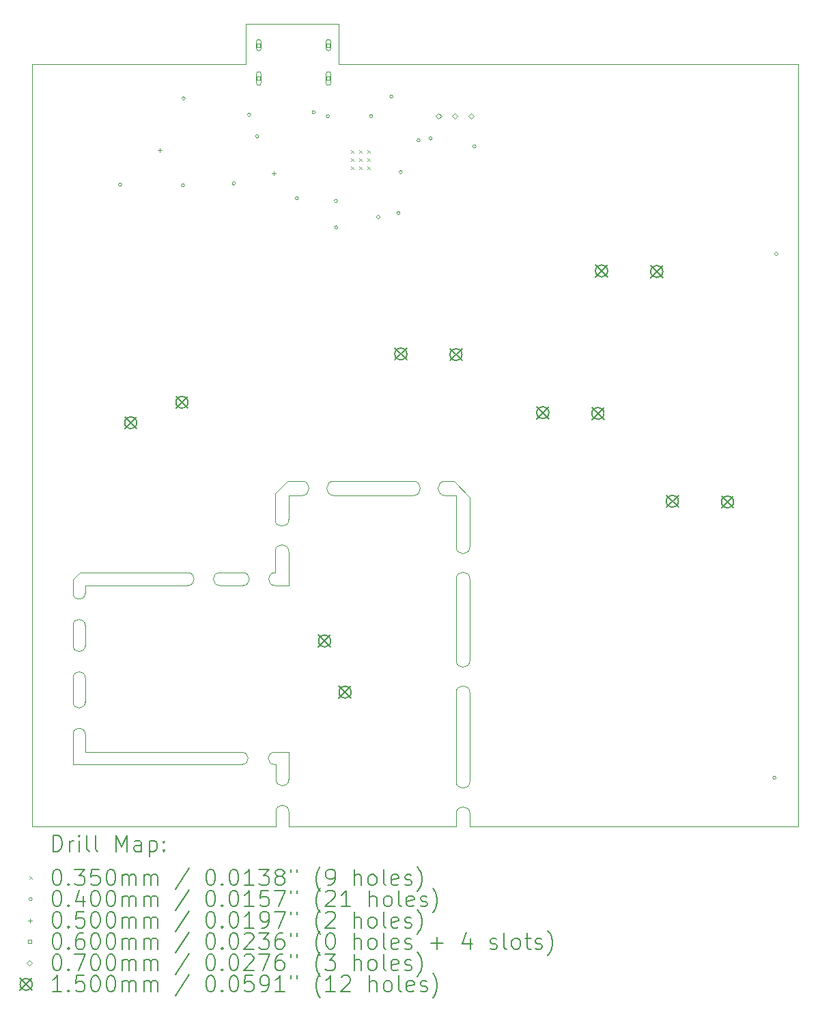
<source format=gbr>
%TF.GenerationSoftware,KiCad,Pcbnew,8.0.4*%
%TF.CreationDate,2024-07-25T19:40:09-07:00*%
%TF.ProjectId,panel_1,70616e65-6c5f-4312-9e6b-696361645f70,rev?*%
%TF.SameCoordinates,Original*%
%TF.FileFunction,Drillmap*%
%TF.FilePolarity,Positive*%
%FSLAX45Y45*%
G04 Gerber Fmt 4.5, Leading zero omitted, Abs format (unit mm)*
G04 Created by KiCad (PCBNEW 8.0.4) date 2024-07-25 19:40:09*
%MOMM*%
%LPD*%
G01*
G04 APERTURE LIST*
%ADD10C,0.050000*%
%ADD11C,0.200000*%
%ADD12C,0.100000*%
%ADD13C,0.150000*%
G04 APERTURE END LIST*
D10*
X4905000Y-10110000D02*
G75*
G02*
X5055000Y-10110000I75000J0D01*
G01*
X9520000Y-7850000D02*
G75*
G02*
X9520000Y-7670000I0J90000D01*
G01*
X7410000Y-8545000D02*
X7410000Y-8805000D01*
X7580000Y-11950000D02*
X9655000Y-11950000D01*
X9825000Y-11950000D02*
X13900000Y-11950000D01*
X4905000Y-10410000D02*
X4905000Y-10110000D01*
X7050000Y-2500000D02*
X4400000Y-2500000D01*
X7580000Y-11770000D02*
X7580000Y-11950000D01*
X7420000Y-11770000D02*
X7420000Y-11950000D01*
X5055000Y-10110000D02*
X5055000Y-10410000D01*
X9825000Y-9895000D02*
G75*
G02*
X9655000Y-9895000I-85000J0D01*
G01*
X7420000Y-11950000D02*
X4400000Y-11950000D01*
X5055000Y-9060000D02*
X5055000Y-8965000D01*
X9825000Y-11395000D02*
X9825000Y-10295000D01*
X9120000Y-7670000D02*
G75*
G02*
X9120000Y-7850000I0J-90000D01*
G01*
X13900000Y-2500000D02*
X8200000Y-2500000D01*
X6725000Y-8965000D02*
G75*
G02*
X6725000Y-8805000I0J80000D01*
G01*
X5055000Y-11035000D02*
X7000000Y-11035000D01*
X7560000Y-7670000D02*
X7410000Y-7820000D01*
X4905000Y-9060000D02*
X4905000Y-8890000D01*
X9825000Y-7870000D02*
X9625000Y-7670000D01*
X9825000Y-11795000D02*
X9825000Y-11950000D01*
X7580000Y-11370000D02*
G75*
G02*
X7420000Y-11370000I-80000J0D01*
G01*
X8140000Y-7850000D02*
G75*
G02*
X8140000Y-7670000I0J90000D01*
G01*
X7580000Y-11035000D02*
X7580000Y-11370000D01*
X9825000Y-9895000D02*
X9825000Y-8885000D01*
X7740000Y-7670000D02*
G75*
G02*
X7740000Y-7850000I0J-90000D01*
G01*
X9655000Y-7850000D02*
X9655000Y-8485000D01*
X9120000Y-7670000D02*
X8140000Y-7670000D01*
X7000000Y-11185000D02*
X4905000Y-11185000D01*
X9655000Y-11950000D02*
X9655000Y-11795000D01*
X5055000Y-9060000D02*
G75*
G02*
X4905000Y-9060000I-75000J0D01*
G01*
X7000000Y-11035000D02*
G75*
G02*
X7000000Y-11185000I0J-75000D01*
G01*
X9655000Y-7850000D02*
X9520000Y-7850000D01*
X7580000Y-8965000D02*
X7410000Y-8965000D01*
X4905000Y-9460000D02*
G75*
G02*
X5055000Y-9460000I75000J0D01*
G01*
X9655000Y-9895000D02*
X9655000Y-8885000D01*
X4400000Y-2500000D02*
X4400000Y-11950000D01*
X7010000Y-8805000D02*
G75*
G02*
X7010000Y-8965000I0J-80000D01*
G01*
X7740000Y-7670000D02*
X7560000Y-7670000D01*
X13900000Y-11950000D02*
X13900000Y-2500000D01*
X5055000Y-10810000D02*
X5055000Y-11035000D01*
X7420000Y-11185000D02*
X7400000Y-11185000D01*
X7580000Y-8145000D02*
X7580000Y-7850000D01*
X5055000Y-9460000D02*
X5055000Y-9710000D01*
X7410000Y-8145000D02*
X7410000Y-7820000D01*
X4905000Y-10810000D02*
G75*
G02*
X5055000Y-10810000I75000J0D01*
G01*
X7580000Y-7850000D02*
X7740000Y-7850000D01*
X7420000Y-11770000D02*
G75*
G02*
X7580000Y-11770000I80000J0D01*
G01*
X5055000Y-9710000D02*
G75*
G02*
X4905000Y-9710000I-75000J0D01*
G01*
X8200000Y-2500000D02*
X8200000Y-2000000D01*
X9625000Y-7670000D02*
X9520000Y-7670000D01*
X9120000Y-7850000D02*
X8140000Y-7850000D01*
X7400000Y-11035000D02*
X7580000Y-11035000D01*
X9825000Y-8485000D02*
G75*
G02*
X9655000Y-8485000I-85000J0D01*
G01*
X4905000Y-8890000D02*
X4990000Y-8805000D01*
X9655000Y-10295000D02*
G75*
G02*
X9825000Y-10295000I85000J0D01*
G01*
X9825000Y-8485000D02*
X9825000Y-7870000D01*
X7050000Y-2000000D02*
X7050000Y-2500000D01*
X4905000Y-10810000D02*
X4905000Y-11185000D01*
X7410000Y-8545000D02*
G75*
G02*
X7580000Y-8545000I85000J0D01*
G01*
X5055000Y-10410000D02*
G75*
G02*
X4905000Y-10410000I-75000J0D01*
G01*
X9825000Y-11395000D02*
G75*
G02*
X9655000Y-11395000I-85000J0D01*
G01*
X7010000Y-8965000D02*
X6725000Y-8965000D01*
X4905000Y-9710000D02*
X4905000Y-9460000D01*
X7410000Y-8965000D02*
G75*
G02*
X7410000Y-8805000I0J80000D01*
G01*
X6325000Y-8805000D02*
G75*
G02*
X6325000Y-8965000I0J-80000D01*
G01*
X7580000Y-8145000D02*
G75*
G02*
X7410000Y-8145000I-85000J0D01*
G01*
X9655000Y-11395000D02*
X9655000Y-10295000D01*
X9655000Y-8885000D02*
G75*
G02*
X9825000Y-8885000I85000J0D01*
G01*
X6725000Y-8805000D02*
X7010000Y-8805000D01*
X6325000Y-8805000D02*
X4990000Y-8805000D01*
X8200000Y-2000000D02*
X7050000Y-2000000D01*
X7400000Y-11185000D02*
G75*
G02*
X7400000Y-11035000I0J75000D01*
G01*
X9655000Y-11795000D02*
G75*
G02*
X9825000Y-11795000I85000J0D01*
G01*
X6325000Y-8965000D02*
X5055000Y-8965000D01*
X7420000Y-11370000D02*
X7420000Y-11185000D01*
X7580000Y-8545000D02*
X7580000Y-8965000D01*
D11*
D12*
X8352500Y-3564900D02*
X8387500Y-3599900D01*
X8387500Y-3564900D02*
X8352500Y-3599900D01*
X8352500Y-3666500D02*
X8387500Y-3701500D01*
X8387500Y-3666500D02*
X8352500Y-3701500D01*
X8352500Y-3768100D02*
X8387500Y-3803100D01*
X8387500Y-3768100D02*
X8352500Y-3803100D01*
X8454100Y-3564900D02*
X8489100Y-3599900D01*
X8489100Y-3564900D02*
X8454100Y-3599900D01*
X8454100Y-3666500D02*
X8489100Y-3701500D01*
X8489100Y-3666500D02*
X8454100Y-3701500D01*
X8454100Y-3768100D02*
X8489100Y-3803100D01*
X8489100Y-3768100D02*
X8454100Y-3803100D01*
X8555700Y-3564900D02*
X8590700Y-3599900D01*
X8590700Y-3564900D02*
X8555700Y-3599900D01*
X8555700Y-3666500D02*
X8590700Y-3701500D01*
X8590700Y-3666500D02*
X8555700Y-3701500D01*
X8555700Y-3768100D02*
X8590700Y-3803100D01*
X8590700Y-3768100D02*
X8555700Y-3803100D01*
X5508000Y-3993000D02*
G75*
G02*
X5468000Y-3993000I-20000J0D01*
G01*
X5468000Y-3993000D02*
G75*
G02*
X5508000Y-3993000I20000J0D01*
G01*
X6287200Y-4001500D02*
G75*
G02*
X6247200Y-4001500I-20000J0D01*
G01*
X6247200Y-4001500D02*
G75*
G02*
X6287200Y-4001500I20000J0D01*
G01*
X6294500Y-2922000D02*
G75*
G02*
X6254500Y-2922000I-20000J0D01*
G01*
X6254500Y-2922000D02*
G75*
G02*
X6294500Y-2922000I20000J0D01*
G01*
X6916800Y-3976100D02*
G75*
G02*
X6876800Y-3976100I-20000J0D01*
G01*
X6876800Y-3976100D02*
G75*
G02*
X6916800Y-3976100I20000J0D01*
G01*
X7107300Y-3125200D02*
G75*
G02*
X7067300Y-3125200I-20000J0D01*
G01*
X7067300Y-3125200D02*
G75*
G02*
X7107300Y-3125200I20000J0D01*
G01*
X7208000Y-3393000D02*
G75*
G02*
X7168000Y-3393000I-20000J0D01*
G01*
X7168000Y-3393000D02*
G75*
G02*
X7208000Y-3393000I20000J0D01*
G01*
X7697850Y-4160250D02*
G75*
G02*
X7657850Y-4160250I-20000J0D01*
G01*
X7657850Y-4160250D02*
G75*
G02*
X7697850Y-4160250I20000J0D01*
G01*
X7908000Y-3093000D02*
G75*
G02*
X7868000Y-3093000I-20000J0D01*
G01*
X7868000Y-3093000D02*
G75*
G02*
X7908000Y-3093000I20000J0D01*
G01*
X8083000Y-3143000D02*
G75*
G02*
X8043000Y-3143000I-20000J0D01*
G01*
X8043000Y-3143000D02*
G75*
G02*
X8083000Y-3143000I20000J0D01*
G01*
X8183000Y-4193000D02*
G75*
G02*
X8143000Y-4193000I-20000J0D01*
G01*
X8143000Y-4193000D02*
G75*
G02*
X8183000Y-4193000I20000J0D01*
G01*
X8186800Y-4522200D02*
G75*
G02*
X8146800Y-4522200I-20000J0D01*
G01*
X8146800Y-4522200D02*
G75*
G02*
X8186800Y-4522200I20000J0D01*
G01*
X8620000Y-3143000D02*
G75*
G02*
X8580000Y-3143000I-20000J0D01*
G01*
X8580000Y-3143000D02*
G75*
G02*
X8620000Y-3143000I20000J0D01*
G01*
X8708000Y-4393000D02*
G75*
G02*
X8668000Y-4393000I-20000J0D01*
G01*
X8668000Y-4393000D02*
G75*
G02*
X8708000Y-4393000I20000J0D01*
G01*
X8870000Y-2900000D02*
G75*
G02*
X8830000Y-2900000I-20000J0D01*
G01*
X8830000Y-2900000D02*
G75*
G02*
X8870000Y-2900000I20000J0D01*
G01*
X8958000Y-4343000D02*
G75*
G02*
X8918000Y-4343000I-20000J0D01*
G01*
X8918000Y-4343000D02*
G75*
G02*
X8958000Y-4343000I20000J0D01*
G01*
X8986900Y-3836400D02*
G75*
G02*
X8946900Y-3836400I-20000J0D01*
G01*
X8946900Y-3836400D02*
G75*
G02*
X8986900Y-3836400I20000J0D01*
G01*
X9208000Y-3443000D02*
G75*
G02*
X9168000Y-3443000I-20000J0D01*
G01*
X9168000Y-3443000D02*
G75*
G02*
X9208000Y-3443000I20000J0D01*
G01*
X9358000Y-3418000D02*
G75*
G02*
X9318000Y-3418000I-20000J0D01*
G01*
X9318000Y-3418000D02*
G75*
G02*
X9358000Y-3418000I20000J0D01*
G01*
X9901300Y-3518900D02*
G75*
G02*
X9861300Y-3518900I-20000J0D01*
G01*
X9861300Y-3518900D02*
G75*
G02*
X9901300Y-3518900I20000J0D01*
G01*
X13620000Y-11350000D02*
G75*
G02*
X13580000Y-11350000I-20000J0D01*
G01*
X13580000Y-11350000D02*
G75*
G02*
X13620000Y-11350000I20000J0D01*
G01*
X13645000Y-4850000D02*
G75*
G02*
X13605000Y-4850000I-20000J0D01*
G01*
X13605000Y-4850000D02*
G75*
G02*
X13645000Y-4850000I20000J0D01*
G01*
X5980000Y-3535000D02*
X5980000Y-3585000D01*
X5955000Y-3560000D02*
X6005000Y-3560000D01*
X7390000Y-3825000D02*
X7390000Y-3875000D01*
X7365000Y-3850000D02*
X7415000Y-3850000D01*
X7227213Y-2281713D02*
X7227213Y-2239287D01*
X7184787Y-2239287D01*
X7184787Y-2281713D01*
X7227213Y-2281713D01*
X7236000Y-2300500D02*
X7236000Y-2220500D01*
X7176000Y-2220500D02*
G75*
G02*
X7236000Y-2220500I30000J0D01*
G01*
X7176000Y-2220500D02*
X7176000Y-2300500D01*
X7176000Y-2300500D02*
G75*
G03*
X7236000Y-2300500I30000J0D01*
G01*
X7227213Y-2695713D02*
X7227213Y-2653287D01*
X7184787Y-2653287D01*
X7184787Y-2695713D01*
X7227213Y-2695713D01*
X7236000Y-2729500D02*
X7236000Y-2619500D01*
X7176000Y-2619500D02*
G75*
G02*
X7236000Y-2619500I30000J0D01*
G01*
X7176000Y-2619500D02*
X7176000Y-2729500D01*
X7176000Y-2729500D02*
G75*
G03*
X7236000Y-2729500I30000J0D01*
G01*
X8091213Y-2281713D02*
X8091213Y-2239287D01*
X8048787Y-2239287D01*
X8048787Y-2281713D01*
X8091213Y-2281713D01*
X8100000Y-2300500D02*
X8100000Y-2220500D01*
X8040000Y-2220500D02*
G75*
G02*
X8100000Y-2220500I30000J0D01*
G01*
X8040000Y-2220500D02*
X8040000Y-2300500D01*
X8040000Y-2300500D02*
G75*
G03*
X8100000Y-2300500I30000J0D01*
G01*
X8091213Y-2695713D02*
X8091213Y-2653287D01*
X8048787Y-2653287D01*
X8048787Y-2695713D01*
X8091213Y-2695713D01*
X8100000Y-2729500D02*
X8100000Y-2619500D01*
X8040000Y-2619500D02*
G75*
G02*
X8100000Y-2619500I30000J0D01*
G01*
X8040000Y-2619500D02*
X8040000Y-2729500D01*
X8040000Y-2729500D02*
G75*
G03*
X8100000Y-2729500I30000J0D01*
G01*
X9438000Y-3178000D02*
X9473000Y-3143000D01*
X9438000Y-3108000D01*
X9403000Y-3143000D01*
X9438000Y-3178000D01*
X9638000Y-3178000D02*
X9673000Y-3143000D01*
X9638000Y-3108000D01*
X9603000Y-3143000D01*
X9638000Y-3178000D01*
X9838000Y-3178000D02*
X9873000Y-3143000D01*
X9838000Y-3108000D01*
X9803000Y-3143000D01*
X9838000Y-3178000D01*
D13*
X5544000Y-6870170D02*
X5694000Y-7020170D01*
X5694000Y-6870170D02*
X5544000Y-7020170D01*
X5694000Y-6945170D02*
G75*
G02*
X5544000Y-6945170I-75000J0D01*
G01*
X5544000Y-6945170D02*
G75*
G02*
X5694000Y-6945170I75000J0D01*
G01*
X6179000Y-6616170D02*
X6329000Y-6766170D01*
X6329000Y-6616170D02*
X6179000Y-6766170D01*
X6329000Y-6691170D02*
G75*
G02*
X6179000Y-6691170I-75000J0D01*
G01*
X6179000Y-6691170D02*
G75*
G02*
X6329000Y-6691170I75000J0D01*
G01*
X7948000Y-9577000D02*
X8098000Y-9727000D01*
X8098000Y-9577000D02*
X7948000Y-9727000D01*
X8098000Y-9652000D02*
G75*
G02*
X7948000Y-9652000I-75000J0D01*
G01*
X7948000Y-9652000D02*
G75*
G02*
X8098000Y-9652000I75000J0D01*
G01*
X8202000Y-10212000D02*
X8352000Y-10362000D01*
X8352000Y-10212000D02*
X8202000Y-10362000D01*
X8352000Y-10287000D02*
G75*
G02*
X8202000Y-10287000I-75000J0D01*
G01*
X8202000Y-10287000D02*
G75*
G02*
X8352000Y-10287000I75000J0D01*
G01*
X8893690Y-6016956D02*
X9043690Y-6166956D01*
X9043690Y-6016956D02*
X8893690Y-6166956D01*
X9043690Y-6091956D02*
G75*
G02*
X8893690Y-6091956I-75000J0D01*
G01*
X8893690Y-6091956D02*
G75*
G02*
X9043690Y-6091956I75000J0D01*
G01*
X9577555Y-6025295D02*
X9727555Y-6175295D01*
X9727555Y-6025295D02*
X9577555Y-6175295D01*
X9727555Y-6100295D02*
G75*
G02*
X9577555Y-6100295I-75000J0D01*
G01*
X9577555Y-6100295D02*
G75*
G02*
X9727555Y-6100295I75000J0D01*
G01*
X10653681Y-6745968D02*
X10803681Y-6895968D01*
X10803681Y-6745968D02*
X10653681Y-6895968D01*
X10803681Y-6820968D02*
G75*
G02*
X10653681Y-6820968I-75000J0D01*
G01*
X10653681Y-6820968D02*
G75*
G02*
X10803681Y-6820968I75000J0D01*
G01*
X11337546Y-6754307D02*
X11487546Y-6904307D01*
X11487546Y-6754307D02*
X11337546Y-6904307D01*
X11487546Y-6829307D02*
G75*
G02*
X11337546Y-6829307I-75000J0D01*
G01*
X11337546Y-6829307D02*
G75*
G02*
X11487546Y-6829307I75000J0D01*
G01*
X11382693Y-4985978D02*
X11532693Y-5135978D01*
X11532693Y-4985978D02*
X11382693Y-5135978D01*
X11532693Y-5060978D02*
G75*
G02*
X11382693Y-5060978I-75000J0D01*
G01*
X11382693Y-5060978D02*
G75*
G02*
X11532693Y-5060978I75000J0D01*
G01*
X12066558Y-4994317D02*
X12216558Y-5144317D01*
X12216558Y-4994317D02*
X12066558Y-5144317D01*
X12216558Y-5069317D02*
G75*
G02*
X12066558Y-5069317I-75000J0D01*
G01*
X12066558Y-5069317D02*
G75*
G02*
X12216558Y-5069317I75000J0D01*
G01*
X12260598Y-7844532D02*
X12410598Y-7994532D01*
X12410598Y-7844532D02*
X12260598Y-7994532D01*
X12410598Y-7919532D02*
G75*
G02*
X12260598Y-7919532I-75000J0D01*
G01*
X12260598Y-7919532D02*
G75*
G02*
X12410598Y-7919532I75000J0D01*
G01*
X12944463Y-7852871D02*
X13094463Y-8002871D01*
X13094463Y-7852871D02*
X12944463Y-8002871D01*
X13094463Y-7927871D02*
G75*
G02*
X12944463Y-7927871I-75000J0D01*
G01*
X12944463Y-7927871D02*
G75*
G02*
X13094463Y-7927871I75000J0D01*
G01*
D11*
X4658277Y-12263984D02*
X4658277Y-12063984D01*
X4658277Y-12063984D02*
X4705896Y-12063984D01*
X4705896Y-12063984D02*
X4734467Y-12073508D01*
X4734467Y-12073508D02*
X4753515Y-12092555D01*
X4753515Y-12092555D02*
X4763039Y-12111603D01*
X4763039Y-12111603D02*
X4772563Y-12149698D01*
X4772563Y-12149698D02*
X4772563Y-12178269D01*
X4772563Y-12178269D02*
X4763039Y-12216365D01*
X4763039Y-12216365D02*
X4753515Y-12235412D01*
X4753515Y-12235412D02*
X4734467Y-12254460D01*
X4734467Y-12254460D02*
X4705896Y-12263984D01*
X4705896Y-12263984D02*
X4658277Y-12263984D01*
X4858277Y-12263984D02*
X4858277Y-12130650D01*
X4858277Y-12168746D02*
X4867801Y-12149698D01*
X4867801Y-12149698D02*
X4877324Y-12140174D01*
X4877324Y-12140174D02*
X4896372Y-12130650D01*
X4896372Y-12130650D02*
X4915420Y-12130650D01*
X4982086Y-12263984D02*
X4982086Y-12130650D01*
X4982086Y-12063984D02*
X4972563Y-12073508D01*
X4972563Y-12073508D02*
X4982086Y-12083031D01*
X4982086Y-12083031D02*
X4991610Y-12073508D01*
X4991610Y-12073508D02*
X4982086Y-12063984D01*
X4982086Y-12063984D02*
X4982086Y-12083031D01*
X5105896Y-12263984D02*
X5086848Y-12254460D01*
X5086848Y-12254460D02*
X5077324Y-12235412D01*
X5077324Y-12235412D02*
X5077324Y-12063984D01*
X5210658Y-12263984D02*
X5191610Y-12254460D01*
X5191610Y-12254460D02*
X5182086Y-12235412D01*
X5182086Y-12235412D02*
X5182086Y-12063984D01*
X5439229Y-12263984D02*
X5439229Y-12063984D01*
X5439229Y-12063984D02*
X5505896Y-12206841D01*
X5505896Y-12206841D02*
X5572563Y-12063984D01*
X5572563Y-12063984D02*
X5572563Y-12263984D01*
X5753515Y-12263984D02*
X5753515Y-12159222D01*
X5753515Y-12159222D02*
X5743991Y-12140174D01*
X5743991Y-12140174D02*
X5724943Y-12130650D01*
X5724943Y-12130650D02*
X5686848Y-12130650D01*
X5686848Y-12130650D02*
X5667801Y-12140174D01*
X5753515Y-12254460D02*
X5734467Y-12263984D01*
X5734467Y-12263984D02*
X5686848Y-12263984D01*
X5686848Y-12263984D02*
X5667801Y-12254460D01*
X5667801Y-12254460D02*
X5658277Y-12235412D01*
X5658277Y-12235412D02*
X5658277Y-12216365D01*
X5658277Y-12216365D02*
X5667801Y-12197317D01*
X5667801Y-12197317D02*
X5686848Y-12187793D01*
X5686848Y-12187793D02*
X5734467Y-12187793D01*
X5734467Y-12187793D02*
X5753515Y-12178269D01*
X5848753Y-12130650D02*
X5848753Y-12330650D01*
X5848753Y-12140174D02*
X5867801Y-12130650D01*
X5867801Y-12130650D02*
X5905896Y-12130650D01*
X5905896Y-12130650D02*
X5924943Y-12140174D01*
X5924943Y-12140174D02*
X5934467Y-12149698D01*
X5934467Y-12149698D02*
X5943991Y-12168746D01*
X5943991Y-12168746D02*
X5943991Y-12225888D01*
X5943991Y-12225888D02*
X5934467Y-12244936D01*
X5934467Y-12244936D02*
X5924943Y-12254460D01*
X5924943Y-12254460D02*
X5905896Y-12263984D01*
X5905896Y-12263984D02*
X5867801Y-12263984D01*
X5867801Y-12263984D02*
X5848753Y-12254460D01*
X6029705Y-12244936D02*
X6039229Y-12254460D01*
X6039229Y-12254460D02*
X6029705Y-12263984D01*
X6029705Y-12263984D02*
X6020182Y-12254460D01*
X6020182Y-12254460D02*
X6029705Y-12244936D01*
X6029705Y-12244936D02*
X6029705Y-12263984D01*
X6029705Y-12140174D02*
X6039229Y-12149698D01*
X6039229Y-12149698D02*
X6029705Y-12159222D01*
X6029705Y-12159222D02*
X6020182Y-12149698D01*
X6020182Y-12149698D02*
X6029705Y-12140174D01*
X6029705Y-12140174D02*
X6029705Y-12159222D01*
D12*
X4362500Y-12575000D02*
X4397500Y-12610000D01*
X4397500Y-12575000D02*
X4362500Y-12610000D01*
D11*
X4696372Y-12483984D02*
X4715420Y-12483984D01*
X4715420Y-12483984D02*
X4734467Y-12493508D01*
X4734467Y-12493508D02*
X4743991Y-12503031D01*
X4743991Y-12503031D02*
X4753515Y-12522079D01*
X4753515Y-12522079D02*
X4763039Y-12560174D01*
X4763039Y-12560174D02*
X4763039Y-12607793D01*
X4763039Y-12607793D02*
X4753515Y-12645888D01*
X4753515Y-12645888D02*
X4743991Y-12664936D01*
X4743991Y-12664936D02*
X4734467Y-12674460D01*
X4734467Y-12674460D02*
X4715420Y-12683984D01*
X4715420Y-12683984D02*
X4696372Y-12683984D01*
X4696372Y-12683984D02*
X4677324Y-12674460D01*
X4677324Y-12674460D02*
X4667801Y-12664936D01*
X4667801Y-12664936D02*
X4658277Y-12645888D01*
X4658277Y-12645888D02*
X4648753Y-12607793D01*
X4648753Y-12607793D02*
X4648753Y-12560174D01*
X4648753Y-12560174D02*
X4658277Y-12522079D01*
X4658277Y-12522079D02*
X4667801Y-12503031D01*
X4667801Y-12503031D02*
X4677324Y-12493508D01*
X4677324Y-12493508D02*
X4696372Y-12483984D01*
X4848753Y-12664936D02*
X4858277Y-12674460D01*
X4858277Y-12674460D02*
X4848753Y-12683984D01*
X4848753Y-12683984D02*
X4839229Y-12674460D01*
X4839229Y-12674460D02*
X4848753Y-12664936D01*
X4848753Y-12664936D02*
X4848753Y-12683984D01*
X4924944Y-12483984D02*
X5048753Y-12483984D01*
X5048753Y-12483984D02*
X4982086Y-12560174D01*
X4982086Y-12560174D02*
X5010658Y-12560174D01*
X5010658Y-12560174D02*
X5029705Y-12569698D01*
X5029705Y-12569698D02*
X5039229Y-12579222D01*
X5039229Y-12579222D02*
X5048753Y-12598269D01*
X5048753Y-12598269D02*
X5048753Y-12645888D01*
X5048753Y-12645888D02*
X5039229Y-12664936D01*
X5039229Y-12664936D02*
X5029705Y-12674460D01*
X5029705Y-12674460D02*
X5010658Y-12683984D01*
X5010658Y-12683984D02*
X4953515Y-12683984D01*
X4953515Y-12683984D02*
X4934467Y-12674460D01*
X4934467Y-12674460D02*
X4924944Y-12664936D01*
X5229705Y-12483984D02*
X5134467Y-12483984D01*
X5134467Y-12483984D02*
X5124944Y-12579222D01*
X5124944Y-12579222D02*
X5134467Y-12569698D01*
X5134467Y-12569698D02*
X5153515Y-12560174D01*
X5153515Y-12560174D02*
X5201134Y-12560174D01*
X5201134Y-12560174D02*
X5220182Y-12569698D01*
X5220182Y-12569698D02*
X5229705Y-12579222D01*
X5229705Y-12579222D02*
X5239229Y-12598269D01*
X5239229Y-12598269D02*
X5239229Y-12645888D01*
X5239229Y-12645888D02*
X5229705Y-12664936D01*
X5229705Y-12664936D02*
X5220182Y-12674460D01*
X5220182Y-12674460D02*
X5201134Y-12683984D01*
X5201134Y-12683984D02*
X5153515Y-12683984D01*
X5153515Y-12683984D02*
X5134467Y-12674460D01*
X5134467Y-12674460D02*
X5124944Y-12664936D01*
X5363039Y-12483984D02*
X5382086Y-12483984D01*
X5382086Y-12483984D02*
X5401134Y-12493508D01*
X5401134Y-12493508D02*
X5410658Y-12503031D01*
X5410658Y-12503031D02*
X5420182Y-12522079D01*
X5420182Y-12522079D02*
X5429705Y-12560174D01*
X5429705Y-12560174D02*
X5429705Y-12607793D01*
X5429705Y-12607793D02*
X5420182Y-12645888D01*
X5420182Y-12645888D02*
X5410658Y-12664936D01*
X5410658Y-12664936D02*
X5401134Y-12674460D01*
X5401134Y-12674460D02*
X5382086Y-12683984D01*
X5382086Y-12683984D02*
X5363039Y-12683984D01*
X5363039Y-12683984D02*
X5343991Y-12674460D01*
X5343991Y-12674460D02*
X5334467Y-12664936D01*
X5334467Y-12664936D02*
X5324944Y-12645888D01*
X5324944Y-12645888D02*
X5315420Y-12607793D01*
X5315420Y-12607793D02*
X5315420Y-12560174D01*
X5315420Y-12560174D02*
X5324944Y-12522079D01*
X5324944Y-12522079D02*
X5334467Y-12503031D01*
X5334467Y-12503031D02*
X5343991Y-12493508D01*
X5343991Y-12493508D02*
X5363039Y-12483984D01*
X5515420Y-12683984D02*
X5515420Y-12550650D01*
X5515420Y-12569698D02*
X5524944Y-12560174D01*
X5524944Y-12560174D02*
X5543991Y-12550650D01*
X5543991Y-12550650D02*
X5572563Y-12550650D01*
X5572563Y-12550650D02*
X5591610Y-12560174D01*
X5591610Y-12560174D02*
X5601134Y-12579222D01*
X5601134Y-12579222D02*
X5601134Y-12683984D01*
X5601134Y-12579222D02*
X5610658Y-12560174D01*
X5610658Y-12560174D02*
X5629705Y-12550650D01*
X5629705Y-12550650D02*
X5658277Y-12550650D01*
X5658277Y-12550650D02*
X5677324Y-12560174D01*
X5677324Y-12560174D02*
X5686848Y-12579222D01*
X5686848Y-12579222D02*
X5686848Y-12683984D01*
X5782086Y-12683984D02*
X5782086Y-12550650D01*
X5782086Y-12569698D02*
X5791610Y-12560174D01*
X5791610Y-12560174D02*
X5810658Y-12550650D01*
X5810658Y-12550650D02*
X5839229Y-12550650D01*
X5839229Y-12550650D02*
X5858277Y-12560174D01*
X5858277Y-12560174D02*
X5867801Y-12579222D01*
X5867801Y-12579222D02*
X5867801Y-12683984D01*
X5867801Y-12579222D02*
X5877324Y-12560174D01*
X5877324Y-12560174D02*
X5896372Y-12550650D01*
X5896372Y-12550650D02*
X5924943Y-12550650D01*
X5924943Y-12550650D02*
X5943991Y-12560174D01*
X5943991Y-12560174D02*
X5953515Y-12579222D01*
X5953515Y-12579222D02*
X5953515Y-12683984D01*
X6343991Y-12474460D02*
X6172563Y-12731603D01*
X6601134Y-12483984D02*
X6620182Y-12483984D01*
X6620182Y-12483984D02*
X6639229Y-12493508D01*
X6639229Y-12493508D02*
X6648753Y-12503031D01*
X6648753Y-12503031D02*
X6658277Y-12522079D01*
X6658277Y-12522079D02*
X6667801Y-12560174D01*
X6667801Y-12560174D02*
X6667801Y-12607793D01*
X6667801Y-12607793D02*
X6658277Y-12645888D01*
X6658277Y-12645888D02*
X6648753Y-12664936D01*
X6648753Y-12664936D02*
X6639229Y-12674460D01*
X6639229Y-12674460D02*
X6620182Y-12683984D01*
X6620182Y-12683984D02*
X6601134Y-12683984D01*
X6601134Y-12683984D02*
X6582086Y-12674460D01*
X6582086Y-12674460D02*
X6572563Y-12664936D01*
X6572563Y-12664936D02*
X6563039Y-12645888D01*
X6563039Y-12645888D02*
X6553515Y-12607793D01*
X6553515Y-12607793D02*
X6553515Y-12560174D01*
X6553515Y-12560174D02*
X6563039Y-12522079D01*
X6563039Y-12522079D02*
X6572563Y-12503031D01*
X6572563Y-12503031D02*
X6582086Y-12493508D01*
X6582086Y-12493508D02*
X6601134Y-12483984D01*
X6753515Y-12664936D02*
X6763039Y-12674460D01*
X6763039Y-12674460D02*
X6753515Y-12683984D01*
X6753515Y-12683984D02*
X6743991Y-12674460D01*
X6743991Y-12674460D02*
X6753515Y-12664936D01*
X6753515Y-12664936D02*
X6753515Y-12683984D01*
X6886848Y-12483984D02*
X6905896Y-12483984D01*
X6905896Y-12483984D02*
X6924944Y-12493508D01*
X6924944Y-12493508D02*
X6934467Y-12503031D01*
X6934467Y-12503031D02*
X6943991Y-12522079D01*
X6943991Y-12522079D02*
X6953515Y-12560174D01*
X6953515Y-12560174D02*
X6953515Y-12607793D01*
X6953515Y-12607793D02*
X6943991Y-12645888D01*
X6943991Y-12645888D02*
X6934467Y-12664936D01*
X6934467Y-12664936D02*
X6924944Y-12674460D01*
X6924944Y-12674460D02*
X6905896Y-12683984D01*
X6905896Y-12683984D02*
X6886848Y-12683984D01*
X6886848Y-12683984D02*
X6867801Y-12674460D01*
X6867801Y-12674460D02*
X6858277Y-12664936D01*
X6858277Y-12664936D02*
X6848753Y-12645888D01*
X6848753Y-12645888D02*
X6839229Y-12607793D01*
X6839229Y-12607793D02*
X6839229Y-12560174D01*
X6839229Y-12560174D02*
X6848753Y-12522079D01*
X6848753Y-12522079D02*
X6858277Y-12503031D01*
X6858277Y-12503031D02*
X6867801Y-12493508D01*
X6867801Y-12493508D02*
X6886848Y-12483984D01*
X7143991Y-12683984D02*
X7029706Y-12683984D01*
X7086848Y-12683984D02*
X7086848Y-12483984D01*
X7086848Y-12483984D02*
X7067801Y-12512555D01*
X7067801Y-12512555D02*
X7048753Y-12531603D01*
X7048753Y-12531603D02*
X7029706Y-12541127D01*
X7210658Y-12483984D02*
X7334467Y-12483984D01*
X7334467Y-12483984D02*
X7267801Y-12560174D01*
X7267801Y-12560174D02*
X7296372Y-12560174D01*
X7296372Y-12560174D02*
X7315420Y-12569698D01*
X7315420Y-12569698D02*
X7324944Y-12579222D01*
X7324944Y-12579222D02*
X7334467Y-12598269D01*
X7334467Y-12598269D02*
X7334467Y-12645888D01*
X7334467Y-12645888D02*
X7324944Y-12664936D01*
X7324944Y-12664936D02*
X7315420Y-12674460D01*
X7315420Y-12674460D02*
X7296372Y-12683984D01*
X7296372Y-12683984D02*
X7239229Y-12683984D01*
X7239229Y-12683984D02*
X7220182Y-12674460D01*
X7220182Y-12674460D02*
X7210658Y-12664936D01*
X7448753Y-12569698D02*
X7429706Y-12560174D01*
X7429706Y-12560174D02*
X7420182Y-12550650D01*
X7420182Y-12550650D02*
X7410658Y-12531603D01*
X7410658Y-12531603D02*
X7410658Y-12522079D01*
X7410658Y-12522079D02*
X7420182Y-12503031D01*
X7420182Y-12503031D02*
X7429706Y-12493508D01*
X7429706Y-12493508D02*
X7448753Y-12483984D01*
X7448753Y-12483984D02*
X7486848Y-12483984D01*
X7486848Y-12483984D02*
X7505896Y-12493508D01*
X7505896Y-12493508D02*
X7515420Y-12503031D01*
X7515420Y-12503031D02*
X7524944Y-12522079D01*
X7524944Y-12522079D02*
X7524944Y-12531603D01*
X7524944Y-12531603D02*
X7515420Y-12550650D01*
X7515420Y-12550650D02*
X7505896Y-12560174D01*
X7505896Y-12560174D02*
X7486848Y-12569698D01*
X7486848Y-12569698D02*
X7448753Y-12569698D01*
X7448753Y-12569698D02*
X7429706Y-12579222D01*
X7429706Y-12579222D02*
X7420182Y-12588746D01*
X7420182Y-12588746D02*
X7410658Y-12607793D01*
X7410658Y-12607793D02*
X7410658Y-12645888D01*
X7410658Y-12645888D02*
X7420182Y-12664936D01*
X7420182Y-12664936D02*
X7429706Y-12674460D01*
X7429706Y-12674460D02*
X7448753Y-12683984D01*
X7448753Y-12683984D02*
X7486848Y-12683984D01*
X7486848Y-12683984D02*
X7505896Y-12674460D01*
X7505896Y-12674460D02*
X7515420Y-12664936D01*
X7515420Y-12664936D02*
X7524944Y-12645888D01*
X7524944Y-12645888D02*
X7524944Y-12607793D01*
X7524944Y-12607793D02*
X7515420Y-12588746D01*
X7515420Y-12588746D02*
X7505896Y-12579222D01*
X7505896Y-12579222D02*
X7486848Y-12569698D01*
X7601134Y-12483984D02*
X7601134Y-12522079D01*
X7677325Y-12483984D02*
X7677325Y-12522079D01*
X7972563Y-12760174D02*
X7963039Y-12750650D01*
X7963039Y-12750650D02*
X7943991Y-12722079D01*
X7943991Y-12722079D02*
X7934468Y-12703031D01*
X7934468Y-12703031D02*
X7924944Y-12674460D01*
X7924944Y-12674460D02*
X7915420Y-12626841D01*
X7915420Y-12626841D02*
X7915420Y-12588746D01*
X7915420Y-12588746D02*
X7924944Y-12541127D01*
X7924944Y-12541127D02*
X7934468Y-12512555D01*
X7934468Y-12512555D02*
X7943991Y-12493508D01*
X7943991Y-12493508D02*
X7963039Y-12464936D01*
X7963039Y-12464936D02*
X7972563Y-12455412D01*
X8058277Y-12683984D02*
X8096372Y-12683984D01*
X8096372Y-12683984D02*
X8115420Y-12674460D01*
X8115420Y-12674460D02*
X8124944Y-12664936D01*
X8124944Y-12664936D02*
X8143991Y-12636365D01*
X8143991Y-12636365D02*
X8153515Y-12598269D01*
X8153515Y-12598269D02*
X8153515Y-12522079D01*
X8153515Y-12522079D02*
X8143991Y-12503031D01*
X8143991Y-12503031D02*
X8134468Y-12493508D01*
X8134468Y-12493508D02*
X8115420Y-12483984D01*
X8115420Y-12483984D02*
X8077325Y-12483984D01*
X8077325Y-12483984D02*
X8058277Y-12493508D01*
X8058277Y-12493508D02*
X8048753Y-12503031D01*
X8048753Y-12503031D02*
X8039229Y-12522079D01*
X8039229Y-12522079D02*
X8039229Y-12569698D01*
X8039229Y-12569698D02*
X8048753Y-12588746D01*
X8048753Y-12588746D02*
X8058277Y-12598269D01*
X8058277Y-12598269D02*
X8077325Y-12607793D01*
X8077325Y-12607793D02*
X8115420Y-12607793D01*
X8115420Y-12607793D02*
X8134468Y-12598269D01*
X8134468Y-12598269D02*
X8143991Y-12588746D01*
X8143991Y-12588746D02*
X8153515Y-12569698D01*
X8391611Y-12683984D02*
X8391611Y-12483984D01*
X8477325Y-12683984D02*
X8477325Y-12579222D01*
X8477325Y-12579222D02*
X8467801Y-12560174D01*
X8467801Y-12560174D02*
X8448753Y-12550650D01*
X8448753Y-12550650D02*
X8420182Y-12550650D01*
X8420182Y-12550650D02*
X8401134Y-12560174D01*
X8401134Y-12560174D02*
X8391611Y-12569698D01*
X8601134Y-12683984D02*
X8582087Y-12674460D01*
X8582087Y-12674460D02*
X8572563Y-12664936D01*
X8572563Y-12664936D02*
X8563039Y-12645888D01*
X8563039Y-12645888D02*
X8563039Y-12588746D01*
X8563039Y-12588746D02*
X8572563Y-12569698D01*
X8572563Y-12569698D02*
X8582087Y-12560174D01*
X8582087Y-12560174D02*
X8601134Y-12550650D01*
X8601134Y-12550650D02*
X8629706Y-12550650D01*
X8629706Y-12550650D02*
X8648753Y-12560174D01*
X8648753Y-12560174D02*
X8658277Y-12569698D01*
X8658277Y-12569698D02*
X8667801Y-12588746D01*
X8667801Y-12588746D02*
X8667801Y-12645888D01*
X8667801Y-12645888D02*
X8658277Y-12664936D01*
X8658277Y-12664936D02*
X8648753Y-12674460D01*
X8648753Y-12674460D02*
X8629706Y-12683984D01*
X8629706Y-12683984D02*
X8601134Y-12683984D01*
X8782087Y-12683984D02*
X8763039Y-12674460D01*
X8763039Y-12674460D02*
X8753515Y-12655412D01*
X8753515Y-12655412D02*
X8753515Y-12483984D01*
X8934468Y-12674460D02*
X8915420Y-12683984D01*
X8915420Y-12683984D02*
X8877325Y-12683984D01*
X8877325Y-12683984D02*
X8858277Y-12674460D01*
X8858277Y-12674460D02*
X8848753Y-12655412D01*
X8848753Y-12655412D02*
X8848753Y-12579222D01*
X8848753Y-12579222D02*
X8858277Y-12560174D01*
X8858277Y-12560174D02*
X8877325Y-12550650D01*
X8877325Y-12550650D02*
X8915420Y-12550650D01*
X8915420Y-12550650D02*
X8934468Y-12560174D01*
X8934468Y-12560174D02*
X8943992Y-12579222D01*
X8943992Y-12579222D02*
X8943992Y-12598269D01*
X8943992Y-12598269D02*
X8848753Y-12617317D01*
X9020182Y-12674460D02*
X9039230Y-12683984D01*
X9039230Y-12683984D02*
X9077325Y-12683984D01*
X9077325Y-12683984D02*
X9096373Y-12674460D01*
X9096373Y-12674460D02*
X9105896Y-12655412D01*
X9105896Y-12655412D02*
X9105896Y-12645888D01*
X9105896Y-12645888D02*
X9096373Y-12626841D01*
X9096373Y-12626841D02*
X9077325Y-12617317D01*
X9077325Y-12617317D02*
X9048753Y-12617317D01*
X9048753Y-12617317D02*
X9029706Y-12607793D01*
X9029706Y-12607793D02*
X9020182Y-12588746D01*
X9020182Y-12588746D02*
X9020182Y-12579222D01*
X9020182Y-12579222D02*
X9029706Y-12560174D01*
X9029706Y-12560174D02*
X9048753Y-12550650D01*
X9048753Y-12550650D02*
X9077325Y-12550650D01*
X9077325Y-12550650D02*
X9096373Y-12560174D01*
X9172563Y-12760174D02*
X9182087Y-12750650D01*
X9182087Y-12750650D02*
X9201134Y-12722079D01*
X9201134Y-12722079D02*
X9210658Y-12703031D01*
X9210658Y-12703031D02*
X9220182Y-12674460D01*
X9220182Y-12674460D02*
X9229706Y-12626841D01*
X9229706Y-12626841D02*
X9229706Y-12588746D01*
X9229706Y-12588746D02*
X9220182Y-12541127D01*
X9220182Y-12541127D02*
X9210658Y-12512555D01*
X9210658Y-12512555D02*
X9201134Y-12493508D01*
X9201134Y-12493508D02*
X9182087Y-12464936D01*
X9182087Y-12464936D02*
X9172563Y-12455412D01*
D12*
X4397500Y-12856500D02*
G75*
G02*
X4357500Y-12856500I-20000J0D01*
G01*
X4357500Y-12856500D02*
G75*
G02*
X4397500Y-12856500I20000J0D01*
G01*
D11*
X4696372Y-12747984D02*
X4715420Y-12747984D01*
X4715420Y-12747984D02*
X4734467Y-12757508D01*
X4734467Y-12757508D02*
X4743991Y-12767031D01*
X4743991Y-12767031D02*
X4753515Y-12786079D01*
X4753515Y-12786079D02*
X4763039Y-12824174D01*
X4763039Y-12824174D02*
X4763039Y-12871793D01*
X4763039Y-12871793D02*
X4753515Y-12909888D01*
X4753515Y-12909888D02*
X4743991Y-12928936D01*
X4743991Y-12928936D02*
X4734467Y-12938460D01*
X4734467Y-12938460D02*
X4715420Y-12947984D01*
X4715420Y-12947984D02*
X4696372Y-12947984D01*
X4696372Y-12947984D02*
X4677324Y-12938460D01*
X4677324Y-12938460D02*
X4667801Y-12928936D01*
X4667801Y-12928936D02*
X4658277Y-12909888D01*
X4658277Y-12909888D02*
X4648753Y-12871793D01*
X4648753Y-12871793D02*
X4648753Y-12824174D01*
X4648753Y-12824174D02*
X4658277Y-12786079D01*
X4658277Y-12786079D02*
X4667801Y-12767031D01*
X4667801Y-12767031D02*
X4677324Y-12757508D01*
X4677324Y-12757508D02*
X4696372Y-12747984D01*
X4848753Y-12928936D02*
X4858277Y-12938460D01*
X4858277Y-12938460D02*
X4848753Y-12947984D01*
X4848753Y-12947984D02*
X4839229Y-12938460D01*
X4839229Y-12938460D02*
X4848753Y-12928936D01*
X4848753Y-12928936D02*
X4848753Y-12947984D01*
X5029705Y-12814650D02*
X5029705Y-12947984D01*
X4982086Y-12738460D02*
X4934467Y-12881317D01*
X4934467Y-12881317D02*
X5058277Y-12881317D01*
X5172563Y-12747984D02*
X5191610Y-12747984D01*
X5191610Y-12747984D02*
X5210658Y-12757508D01*
X5210658Y-12757508D02*
X5220182Y-12767031D01*
X5220182Y-12767031D02*
X5229705Y-12786079D01*
X5229705Y-12786079D02*
X5239229Y-12824174D01*
X5239229Y-12824174D02*
X5239229Y-12871793D01*
X5239229Y-12871793D02*
X5229705Y-12909888D01*
X5229705Y-12909888D02*
X5220182Y-12928936D01*
X5220182Y-12928936D02*
X5210658Y-12938460D01*
X5210658Y-12938460D02*
X5191610Y-12947984D01*
X5191610Y-12947984D02*
X5172563Y-12947984D01*
X5172563Y-12947984D02*
X5153515Y-12938460D01*
X5153515Y-12938460D02*
X5143991Y-12928936D01*
X5143991Y-12928936D02*
X5134467Y-12909888D01*
X5134467Y-12909888D02*
X5124944Y-12871793D01*
X5124944Y-12871793D02*
X5124944Y-12824174D01*
X5124944Y-12824174D02*
X5134467Y-12786079D01*
X5134467Y-12786079D02*
X5143991Y-12767031D01*
X5143991Y-12767031D02*
X5153515Y-12757508D01*
X5153515Y-12757508D02*
X5172563Y-12747984D01*
X5363039Y-12747984D02*
X5382086Y-12747984D01*
X5382086Y-12747984D02*
X5401134Y-12757508D01*
X5401134Y-12757508D02*
X5410658Y-12767031D01*
X5410658Y-12767031D02*
X5420182Y-12786079D01*
X5420182Y-12786079D02*
X5429705Y-12824174D01*
X5429705Y-12824174D02*
X5429705Y-12871793D01*
X5429705Y-12871793D02*
X5420182Y-12909888D01*
X5420182Y-12909888D02*
X5410658Y-12928936D01*
X5410658Y-12928936D02*
X5401134Y-12938460D01*
X5401134Y-12938460D02*
X5382086Y-12947984D01*
X5382086Y-12947984D02*
X5363039Y-12947984D01*
X5363039Y-12947984D02*
X5343991Y-12938460D01*
X5343991Y-12938460D02*
X5334467Y-12928936D01*
X5334467Y-12928936D02*
X5324944Y-12909888D01*
X5324944Y-12909888D02*
X5315420Y-12871793D01*
X5315420Y-12871793D02*
X5315420Y-12824174D01*
X5315420Y-12824174D02*
X5324944Y-12786079D01*
X5324944Y-12786079D02*
X5334467Y-12767031D01*
X5334467Y-12767031D02*
X5343991Y-12757508D01*
X5343991Y-12757508D02*
X5363039Y-12747984D01*
X5515420Y-12947984D02*
X5515420Y-12814650D01*
X5515420Y-12833698D02*
X5524944Y-12824174D01*
X5524944Y-12824174D02*
X5543991Y-12814650D01*
X5543991Y-12814650D02*
X5572563Y-12814650D01*
X5572563Y-12814650D02*
X5591610Y-12824174D01*
X5591610Y-12824174D02*
X5601134Y-12843222D01*
X5601134Y-12843222D02*
X5601134Y-12947984D01*
X5601134Y-12843222D02*
X5610658Y-12824174D01*
X5610658Y-12824174D02*
X5629705Y-12814650D01*
X5629705Y-12814650D02*
X5658277Y-12814650D01*
X5658277Y-12814650D02*
X5677324Y-12824174D01*
X5677324Y-12824174D02*
X5686848Y-12843222D01*
X5686848Y-12843222D02*
X5686848Y-12947984D01*
X5782086Y-12947984D02*
X5782086Y-12814650D01*
X5782086Y-12833698D02*
X5791610Y-12824174D01*
X5791610Y-12824174D02*
X5810658Y-12814650D01*
X5810658Y-12814650D02*
X5839229Y-12814650D01*
X5839229Y-12814650D02*
X5858277Y-12824174D01*
X5858277Y-12824174D02*
X5867801Y-12843222D01*
X5867801Y-12843222D02*
X5867801Y-12947984D01*
X5867801Y-12843222D02*
X5877324Y-12824174D01*
X5877324Y-12824174D02*
X5896372Y-12814650D01*
X5896372Y-12814650D02*
X5924943Y-12814650D01*
X5924943Y-12814650D02*
X5943991Y-12824174D01*
X5943991Y-12824174D02*
X5953515Y-12843222D01*
X5953515Y-12843222D02*
X5953515Y-12947984D01*
X6343991Y-12738460D02*
X6172563Y-12995603D01*
X6601134Y-12747984D02*
X6620182Y-12747984D01*
X6620182Y-12747984D02*
X6639229Y-12757508D01*
X6639229Y-12757508D02*
X6648753Y-12767031D01*
X6648753Y-12767031D02*
X6658277Y-12786079D01*
X6658277Y-12786079D02*
X6667801Y-12824174D01*
X6667801Y-12824174D02*
X6667801Y-12871793D01*
X6667801Y-12871793D02*
X6658277Y-12909888D01*
X6658277Y-12909888D02*
X6648753Y-12928936D01*
X6648753Y-12928936D02*
X6639229Y-12938460D01*
X6639229Y-12938460D02*
X6620182Y-12947984D01*
X6620182Y-12947984D02*
X6601134Y-12947984D01*
X6601134Y-12947984D02*
X6582086Y-12938460D01*
X6582086Y-12938460D02*
X6572563Y-12928936D01*
X6572563Y-12928936D02*
X6563039Y-12909888D01*
X6563039Y-12909888D02*
X6553515Y-12871793D01*
X6553515Y-12871793D02*
X6553515Y-12824174D01*
X6553515Y-12824174D02*
X6563039Y-12786079D01*
X6563039Y-12786079D02*
X6572563Y-12767031D01*
X6572563Y-12767031D02*
X6582086Y-12757508D01*
X6582086Y-12757508D02*
X6601134Y-12747984D01*
X6753515Y-12928936D02*
X6763039Y-12938460D01*
X6763039Y-12938460D02*
X6753515Y-12947984D01*
X6753515Y-12947984D02*
X6743991Y-12938460D01*
X6743991Y-12938460D02*
X6753515Y-12928936D01*
X6753515Y-12928936D02*
X6753515Y-12947984D01*
X6886848Y-12747984D02*
X6905896Y-12747984D01*
X6905896Y-12747984D02*
X6924944Y-12757508D01*
X6924944Y-12757508D02*
X6934467Y-12767031D01*
X6934467Y-12767031D02*
X6943991Y-12786079D01*
X6943991Y-12786079D02*
X6953515Y-12824174D01*
X6953515Y-12824174D02*
X6953515Y-12871793D01*
X6953515Y-12871793D02*
X6943991Y-12909888D01*
X6943991Y-12909888D02*
X6934467Y-12928936D01*
X6934467Y-12928936D02*
X6924944Y-12938460D01*
X6924944Y-12938460D02*
X6905896Y-12947984D01*
X6905896Y-12947984D02*
X6886848Y-12947984D01*
X6886848Y-12947984D02*
X6867801Y-12938460D01*
X6867801Y-12938460D02*
X6858277Y-12928936D01*
X6858277Y-12928936D02*
X6848753Y-12909888D01*
X6848753Y-12909888D02*
X6839229Y-12871793D01*
X6839229Y-12871793D02*
X6839229Y-12824174D01*
X6839229Y-12824174D02*
X6848753Y-12786079D01*
X6848753Y-12786079D02*
X6858277Y-12767031D01*
X6858277Y-12767031D02*
X6867801Y-12757508D01*
X6867801Y-12757508D02*
X6886848Y-12747984D01*
X7143991Y-12947984D02*
X7029706Y-12947984D01*
X7086848Y-12947984D02*
X7086848Y-12747984D01*
X7086848Y-12747984D02*
X7067801Y-12776555D01*
X7067801Y-12776555D02*
X7048753Y-12795603D01*
X7048753Y-12795603D02*
X7029706Y-12805127D01*
X7324944Y-12747984D02*
X7229706Y-12747984D01*
X7229706Y-12747984D02*
X7220182Y-12843222D01*
X7220182Y-12843222D02*
X7229706Y-12833698D01*
X7229706Y-12833698D02*
X7248753Y-12824174D01*
X7248753Y-12824174D02*
X7296372Y-12824174D01*
X7296372Y-12824174D02*
X7315420Y-12833698D01*
X7315420Y-12833698D02*
X7324944Y-12843222D01*
X7324944Y-12843222D02*
X7334467Y-12862269D01*
X7334467Y-12862269D02*
X7334467Y-12909888D01*
X7334467Y-12909888D02*
X7324944Y-12928936D01*
X7324944Y-12928936D02*
X7315420Y-12938460D01*
X7315420Y-12938460D02*
X7296372Y-12947984D01*
X7296372Y-12947984D02*
X7248753Y-12947984D01*
X7248753Y-12947984D02*
X7229706Y-12938460D01*
X7229706Y-12938460D02*
X7220182Y-12928936D01*
X7401134Y-12747984D02*
X7534467Y-12747984D01*
X7534467Y-12747984D02*
X7448753Y-12947984D01*
X7601134Y-12747984D02*
X7601134Y-12786079D01*
X7677325Y-12747984D02*
X7677325Y-12786079D01*
X7972563Y-13024174D02*
X7963039Y-13014650D01*
X7963039Y-13014650D02*
X7943991Y-12986079D01*
X7943991Y-12986079D02*
X7934468Y-12967031D01*
X7934468Y-12967031D02*
X7924944Y-12938460D01*
X7924944Y-12938460D02*
X7915420Y-12890841D01*
X7915420Y-12890841D02*
X7915420Y-12852746D01*
X7915420Y-12852746D02*
X7924944Y-12805127D01*
X7924944Y-12805127D02*
X7934468Y-12776555D01*
X7934468Y-12776555D02*
X7943991Y-12757508D01*
X7943991Y-12757508D02*
X7963039Y-12728936D01*
X7963039Y-12728936D02*
X7972563Y-12719412D01*
X8039229Y-12767031D02*
X8048753Y-12757508D01*
X8048753Y-12757508D02*
X8067801Y-12747984D01*
X8067801Y-12747984D02*
X8115420Y-12747984D01*
X8115420Y-12747984D02*
X8134468Y-12757508D01*
X8134468Y-12757508D02*
X8143991Y-12767031D01*
X8143991Y-12767031D02*
X8153515Y-12786079D01*
X8153515Y-12786079D02*
X8153515Y-12805127D01*
X8153515Y-12805127D02*
X8143991Y-12833698D01*
X8143991Y-12833698D02*
X8029706Y-12947984D01*
X8029706Y-12947984D02*
X8153515Y-12947984D01*
X8343991Y-12947984D02*
X8229706Y-12947984D01*
X8286848Y-12947984D02*
X8286848Y-12747984D01*
X8286848Y-12747984D02*
X8267801Y-12776555D01*
X8267801Y-12776555D02*
X8248753Y-12795603D01*
X8248753Y-12795603D02*
X8229706Y-12805127D01*
X8582087Y-12947984D02*
X8582087Y-12747984D01*
X8667801Y-12947984D02*
X8667801Y-12843222D01*
X8667801Y-12843222D02*
X8658277Y-12824174D01*
X8658277Y-12824174D02*
X8639230Y-12814650D01*
X8639230Y-12814650D02*
X8610658Y-12814650D01*
X8610658Y-12814650D02*
X8591611Y-12824174D01*
X8591611Y-12824174D02*
X8582087Y-12833698D01*
X8791611Y-12947984D02*
X8772563Y-12938460D01*
X8772563Y-12938460D02*
X8763039Y-12928936D01*
X8763039Y-12928936D02*
X8753515Y-12909888D01*
X8753515Y-12909888D02*
X8753515Y-12852746D01*
X8753515Y-12852746D02*
X8763039Y-12833698D01*
X8763039Y-12833698D02*
X8772563Y-12824174D01*
X8772563Y-12824174D02*
X8791611Y-12814650D01*
X8791611Y-12814650D02*
X8820182Y-12814650D01*
X8820182Y-12814650D02*
X8839230Y-12824174D01*
X8839230Y-12824174D02*
X8848753Y-12833698D01*
X8848753Y-12833698D02*
X8858277Y-12852746D01*
X8858277Y-12852746D02*
X8858277Y-12909888D01*
X8858277Y-12909888D02*
X8848753Y-12928936D01*
X8848753Y-12928936D02*
X8839230Y-12938460D01*
X8839230Y-12938460D02*
X8820182Y-12947984D01*
X8820182Y-12947984D02*
X8791611Y-12947984D01*
X8972563Y-12947984D02*
X8953515Y-12938460D01*
X8953515Y-12938460D02*
X8943992Y-12919412D01*
X8943992Y-12919412D02*
X8943992Y-12747984D01*
X9124944Y-12938460D02*
X9105896Y-12947984D01*
X9105896Y-12947984D02*
X9067801Y-12947984D01*
X9067801Y-12947984D02*
X9048753Y-12938460D01*
X9048753Y-12938460D02*
X9039230Y-12919412D01*
X9039230Y-12919412D02*
X9039230Y-12843222D01*
X9039230Y-12843222D02*
X9048753Y-12824174D01*
X9048753Y-12824174D02*
X9067801Y-12814650D01*
X9067801Y-12814650D02*
X9105896Y-12814650D01*
X9105896Y-12814650D02*
X9124944Y-12824174D01*
X9124944Y-12824174D02*
X9134468Y-12843222D01*
X9134468Y-12843222D02*
X9134468Y-12862269D01*
X9134468Y-12862269D02*
X9039230Y-12881317D01*
X9210658Y-12938460D02*
X9229706Y-12947984D01*
X9229706Y-12947984D02*
X9267801Y-12947984D01*
X9267801Y-12947984D02*
X9286849Y-12938460D01*
X9286849Y-12938460D02*
X9296373Y-12919412D01*
X9296373Y-12919412D02*
X9296373Y-12909888D01*
X9296373Y-12909888D02*
X9286849Y-12890841D01*
X9286849Y-12890841D02*
X9267801Y-12881317D01*
X9267801Y-12881317D02*
X9239230Y-12881317D01*
X9239230Y-12881317D02*
X9220182Y-12871793D01*
X9220182Y-12871793D02*
X9210658Y-12852746D01*
X9210658Y-12852746D02*
X9210658Y-12843222D01*
X9210658Y-12843222D02*
X9220182Y-12824174D01*
X9220182Y-12824174D02*
X9239230Y-12814650D01*
X9239230Y-12814650D02*
X9267801Y-12814650D01*
X9267801Y-12814650D02*
X9286849Y-12824174D01*
X9363039Y-13024174D02*
X9372563Y-13014650D01*
X9372563Y-13014650D02*
X9391611Y-12986079D01*
X9391611Y-12986079D02*
X9401134Y-12967031D01*
X9401134Y-12967031D02*
X9410658Y-12938460D01*
X9410658Y-12938460D02*
X9420182Y-12890841D01*
X9420182Y-12890841D02*
X9420182Y-12852746D01*
X9420182Y-12852746D02*
X9410658Y-12805127D01*
X9410658Y-12805127D02*
X9401134Y-12776555D01*
X9401134Y-12776555D02*
X9391611Y-12757508D01*
X9391611Y-12757508D02*
X9372563Y-12728936D01*
X9372563Y-12728936D02*
X9363039Y-12719412D01*
D12*
X4372500Y-13095500D02*
X4372500Y-13145500D01*
X4347500Y-13120500D02*
X4397500Y-13120500D01*
D11*
X4696372Y-13011984D02*
X4715420Y-13011984D01*
X4715420Y-13011984D02*
X4734467Y-13021508D01*
X4734467Y-13021508D02*
X4743991Y-13031031D01*
X4743991Y-13031031D02*
X4753515Y-13050079D01*
X4753515Y-13050079D02*
X4763039Y-13088174D01*
X4763039Y-13088174D02*
X4763039Y-13135793D01*
X4763039Y-13135793D02*
X4753515Y-13173888D01*
X4753515Y-13173888D02*
X4743991Y-13192936D01*
X4743991Y-13192936D02*
X4734467Y-13202460D01*
X4734467Y-13202460D02*
X4715420Y-13211984D01*
X4715420Y-13211984D02*
X4696372Y-13211984D01*
X4696372Y-13211984D02*
X4677324Y-13202460D01*
X4677324Y-13202460D02*
X4667801Y-13192936D01*
X4667801Y-13192936D02*
X4658277Y-13173888D01*
X4658277Y-13173888D02*
X4648753Y-13135793D01*
X4648753Y-13135793D02*
X4648753Y-13088174D01*
X4648753Y-13088174D02*
X4658277Y-13050079D01*
X4658277Y-13050079D02*
X4667801Y-13031031D01*
X4667801Y-13031031D02*
X4677324Y-13021508D01*
X4677324Y-13021508D02*
X4696372Y-13011984D01*
X4848753Y-13192936D02*
X4858277Y-13202460D01*
X4858277Y-13202460D02*
X4848753Y-13211984D01*
X4848753Y-13211984D02*
X4839229Y-13202460D01*
X4839229Y-13202460D02*
X4848753Y-13192936D01*
X4848753Y-13192936D02*
X4848753Y-13211984D01*
X5039229Y-13011984D02*
X4943991Y-13011984D01*
X4943991Y-13011984D02*
X4934467Y-13107222D01*
X4934467Y-13107222D02*
X4943991Y-13097698D01*
X4943991Y-13097698D02*
X4963039Y-13088174D01*
X4963039Y-13088174D02*
X5010658Y-13088174D01*
X5010658Y-13088174D02*
X5029705Y-13097698D01*
X5029705Y-13097698D02*
X5039229Y-13107222D01*
X5039229Y-13107222D02*
X5048753Y-13126269D01*
X5048753Y-13126269D02*
X5048753Y-13173888D01*
X5048753Y-13173888D02*
X5039229Y-13192936D01*
X5039229Y-13192936D02*
X5029705Y-13202460D01*
X5029705Y-13202460D02*
X5010658Y-13211984D01*
X5010658Y-13211984D02*
X4963039Y-13211984D01*
X4963039Y-13211984D02*
X4943991Y-13202460D01*
X4943991Y-13202460D02*
X4934467Y-13192936D01*
X5172563Y-13011984D02*
X5191610Y-13011984D01*
X5191610Y-13011984D02*
X5210658Y-13021508D01*
X5210658Y-13021508D02*
X5220182Y-13031031D01*
X5220182Y-13031031D02*
X5229705Y-13050079D01*
X5229705Y-13050079D02*
X5239229Y-13088174D01*
X5239229Y-13088174D02*
X5239229Y-13135793D01*
X5239229Y-13135793D02*
X5229705Y-13173888D01*
X5229705Y-13173888D02*
X5220182Y-13192936D01*
X5220182Y-13192936D02*
X5210658Y-13202460D01*
X5210658Y-13202460D02*
X5191610Y-13211984D01*
X5191610Y-13211984D02*
X5172563Y-13211984D01*
X5172563Y-13211984D02*
X5153515Y-13202460D01*
X5153515Y-13202460D02*
X5143991Y-13192936D01*
X5143991Y-13192936D02*
X5134467Y-13173888D01*
X5134467Y-13173888D02*
X5124944Y-13135793D01*
X5124944Y-13135793D02*
X5124944Y-13088174D01*
X5124944Y-13088174D02*
X5134467Y-13050079D01*
X5134467Y-13050079D02*
X5143991Y-13031031D01*
X5143991Y-13031031D02*
X5153515Y-13021508D01*
X5153515Y-13021508D02*
X5172563Y-13011984D01*
X5363039Y-13011984D02*
X5382086Y-13011984D01*
X5382086Y-13011984D02*
X5401134Y-13021508D01*
X5401134Y-13021508D02*
X5410658Y-13031031D01*
X5410658Y-13031031D02*
X5420182Y-13050079D01*
X5420182Y-13050079D02*
X5429705Y-13088174D01*
X5429705Y-13088174D02*
X5429705Y-13135793D01*
X5429705Y-13135793D02*
X5420182Y-13173888D01*
X5420182Y-13173888D02*
X5410658Y-13192936D01*
X5410658Y-13192936D02*
X5401134Y-13202460D01*
X5401134Y-13202460D02*
X5382086Y-13211984D01*
X5382086Y-13211984D02*
X5363039Y-13211984D01*
X5363039Y-13211984D02*
X5343991Y-13202460D01*
X5343991Y-13202460D02*
X5334467Y-13192936D01*
X5334467Y-13192936D02*
X5324944Y-13173888D01*
X5324944Y-13173888D02*
X5315420Y-13135793D01*
X5315420Y-13135793D02*
X5315420Y-13088174D01*
X5315420Y-13088174D02*
X5324944Y-13050079D01*
X5324944Y-13050079D02*
X5334467Y-13031031D01*
X5334467Y-13031031D02*
X5343991Y-13021508D01*
X5343991Y-13021508D02*
X5363039Y-13011984D01*
X5515420Y-13211984D02*
X5515420Y-13078650D01*
X5515420Y-13097698D02*
X5524944Y-13088174D01*
X5524944Y-13088174D02*
X5543991Y-13078650D01*
X5543991Y-13078650D02*
X5572563Y-13078650D01*
X5572563Y-13078650D02*
X5591610Y-13088174D01*
X5591610Y-13088174D02*
X5601134Y-13107222D01*
X5601134Y-13107222D02*
X5601134Y-13211984D01*
X5601134Y-13107222D02*
X5610658Y-13088174D01*
X5610658Y-13088174D02*
X5629705Y-13078650D01*
X5629705Y-13078650D02*
X5658277Y-13078650D01*
X5658277Y-13078650D02*
X5677324Y-13088174D01*
X5677324Y-13088174D02*
X5686848Y-13107222D01*
X5686848Y-13107222D02*
X5686848Y-13211984D01*
X5782086Y-13211984D02*
X5782086Y-13078650D01*
X5782086Y-13097698D02*
X5791610Y-13088174D01*
X5791610Y-13088174D02*
X5810658Y-13078650D01*
X5810658Y-13078650D02*
X5839229Y-13078650D01*
X5839229Y-13078650D02*
X5858277Y-13088174D01*
X5858277Y-13088174D02*
X5867801Y-13107222D01*
X5867801Y-13107222D02*
X5867801Y-13211984D01*
X5867801Y-13107222D02*
X5877324Y-13088174D01*
X5877324Y-13088174D02*
X5896372Y-13078650D01*
X5896372Y-13078650D02*
X5924943Y-13078650D01*
X5924943Y-13078650D02*
X5943991Y-13088174D01*
X5943991Y-13088174D02*
X5953515Y-13107222D01*
X5953515Y-13107222D02*
X5953515Y-13211984D01*
X6343991Y-13002460D02*
X6172563Y-13259603D01*
X6601134Y-13011984D02*
X6620182Y-13011984D01*
X6620182Y-13011984D02*
X6639229Y-13021508D01*
X6639229Y-13021508D02*
X6648753Y-13031031D01*
X6648753Y-13031031D02*
X6658277Y-13050079D01*
X6658277Y-13050079D02*
X6667801Y-13088174D01*
X6667801Y-13088174D02*
X6667801Y-13135793D01*
X6667801Y-13135793D02*
X6658277Y-13173888D01*
X6658277Y-13173888D02*
X6648753Y-13192936D01*
X6648753Y-13192936D02*
X6639229Y-13202460D01*
X6639229Y-13202460D02*
X6620182Y-13211984D01*
X6620182Y-13211984D02*
X6601134Y-13211984D01*
X6601134Y-13211984D02*
X6582086Y-13202460D01*
X6582086Y-13202460D02*
X6572563Y-13192936D01*
X6572563Y-13192936D02*
X6563039Y-13173888D01*
X6563039Y-13173888D02*
X6553515Y-13135793D01*
X6553515Y-13135793D02*
X6553515Y-13088174D01*
X6553515Y-13088174D02*
X6563039Y-13050079D01*
X6563039Y-13050079D02*
X6572563Y-13031031D01*
X6572563Y-13031031D02*
X6582086Y-13021508D01*
X6582086Y-13021508D02*
X6601134Y-13011984D01*
X6753515Y-13192936D02*
X6763039Y-13202460D01*
X6763039Y-13202460D02*
X6753515Y-13211984D01*
X6753515Y-13211984D02*
X6743991Y-13202460D01*
X6743991Y-13202460D02*
X6753515Y-13192936D01*
X6753515Y-13192936D02*
X6753515Y-13211984D01*
X6886848Y-13011984D02*
X6905896Y-13011984D01*
X6905896Y-13011984D02*
X6924944Y-13021508D01*
X6924944Y-13021508D02*
X6934467Y-13031031D01*
X6934467Y-13031031D02*
X6943991Y-13050079D01*
X6943991Y-13050079D02*
X6953515Y-13088174D01*
X6953515Y-13088174D02*
X6953515Y-13135793D01*
X6953515Y-13135793D02*
X6943991Y-13173888D01*
X6943991Y-13173888D02*
X6934467Y-13192936D01*
X6934467Y-13192936D02*
X6924944Y-13202460D01*
X6924944Y-13202460D02*
X6905896Y-13211984D01*
X6905896Y-13211984D02*
X6886848Y-13211984D01*
X6886848Y-13211984D02*
X6867801Y-13202460D01*
X6867801Y-13202460D02*
X6858277Y-13192936D01*
X6858277Y-13192936D02*
X6848753Y-13173888D01*
X6848753Y-13173888D02*
X6839229Y-13135793D01*
X6839229Y-13135793D02*
X6839229Y-13088174D01*
X6839229Y-13088174D02*
X6848753Y-13050079D01*
X6848753Y-13050079D02*
X6858277Y-13031031D01*
X6858277Y-13031031D02*
X6867801Y-13021508D01*
X6867801Y-13021508D02*
X6886848Y-13011984D01*
X7143991Y-13211984D02*
X7029706Y-13211984D01*
X7086848Y-13211984D02*
X7086848Y-13011984D01*
X7086848Y-13011984D02*
X7067801Y-13040555D01*
X7067801Y-13040555D02*
X7048753Y-13059603D01*
X7048753Y-13059603D02*
X7029706Y-13069127D01*
X7239229Y-13211984D02*
X7277325Y-13211984D01*
X7277325Y-13211984D02*
X7296372Y-13202460D01*
X7296372Y-13202460D02*
X7305896Y-13192936D01*
X7305896Y-13192936D02*
X7324944Y-13164365D01*
X7324944Y-13164365D02*
X7334467Y-13126269D01*
X7334467Y-13126269D02*
X7334467Y-13050079D01*
X7334467Y-13050079D02*
X7324944Y-13031031D01*
X7324944Y-13031031D02*
X7315420Y-13021508D01*
X7315420Y-13021508D02*
X7296372Y-13011984D01*
X7296372Y-13011984D02*
X7258277Y-13011984D01*
X7258277Y-13011984D02*
X7239229Y-13021508D01*
X7239229Y-13021508D02*
X7229706Y-13031031D01*
X7229706Y-13031031D02*
X7220182Y-13050079D01*
X7220182Y-13050079D02*
X7220182Y-13097698D01*
X7220182Y-13097698D02*
X7229706Y-13116746D01*
X7229706Y-13116746D02*
X7239229Y-13126269D01*
X7239229Y-13126269D02*
X7258277Y-13135793D01*
X7258277Y-13135793D02*
X7296372Y-13135793D01*
X7296372Y-13135793D02*
X7315420Y-13126269D01*
X7315420Y-13126269D02*
X7324944Y-13116746D01*
X7324944Y-13116746D02*
X7334467Y-13097698D01*
X7401134Y-13011984D02*
X7534467Y-13011984D01*
X7534467Y-13011984D02*
X7448753Y-13211984D01*
X7601134Y-13011984D02*
X7601134Y-13050079D01*
X7677325Y-13011984D02*
X7677325Y-13050079D01*
X7972563Y-13288174D02*
X7963039Y-13278650D01*
X7963039Y-13278650D02*
X7943991Y-13250079D01*
X7943991Y-13250079D02*
X7934468Y-13231031D01*
X7934468Y-13231031D02*
X7924944Y-13202460D01*
X7924944Y-13202460D02*
X7915420Y-13154841D01*
X7915420Y-13154841D02*
X7915420Y-13116746D01*
X7915420Y-13116746D02*
X7924944Y-13069127D01*
X7924944Y-13069127D02*
X7934468Y-13040555D01*
X7934468Y-13040555D02*
X7943991Y-13021508D01*
X7943991Y-13021508D02*
X7963039Y-12992936D01*
X7963039Y-12992936D02*
X7972563Y-12983412D01*
X8039229Y-13031031D02*
X8048753Y-13021508D01*
X8048753Y-13021508D02*
X8067801Y-13011984D01*
X8067801Y-13011984D02*
X8115420Y-13011984D01*
X8115420Y-13011984D02*
X8134468Y-13021508D01*
X8134468Y-13021508D02*
X8143991Y-13031031D01*
X8143991Y-13031031D02*
X8153515Y-13050079D01*
X8153515Y-13050079D02*
X8153515Y-13069127D01*
X8153515Y-13069127D02*
X8143991Y-13097698D01*
X8143991Y-13097698D02*
X8029706Y-13211984D01*
X8029706Y-13211984D02*
X8153515Y-13211984D01*
X8391611Y-13211984D02*
X8391611Y-13011984D01*
X8477325Y-13211984D02*
X8477325Y-13107222D01*
X8477325Y-13107222D02*
X8467801Y-13088174D01*
X8467801Y-13088174D02*
X8448753Y-13078650D01*
X8448753Y-13078650D02*
X8420182Y-13078650D01*
X8420182Y-13078650D02*
X8401134Y-13088174D01*
X8401134Y-13088174D02*
X8391611Y-13097698D01*
X8601134Y-13211984D02*
X8582087Y-13202460D01*
X8582087Y-13202460D02*
X8572563Y-13192936D01*
X8572563Y-13192936D02*
X8563039Y-13173888D01*
X8563039Y-13173888D02*
X8563039Y-13116746D01*
X8563039Y-13116746D02*
X8572563Y-13097698D01*
X8572563Y-13097698D02*
X8582087Y-13088174D01*
X8582087Y-13088174D02*
X8601134Y-13078650D01*
X8601134Y-13078650D02*
X8629706Y-13078650D01*
X8629706Y-13078650D02*
X8648753Y-13088174D01*
X8648753Y-13088174D02*
X8658277Y-13097698D01*
X8658277Y-13097698D02*
X8667801Y-13116746D01*
X8667801Y-13116746D02*
X8667801Y-13173888D01*
X8667801Y-13173888D02*
X8658277Y-13192936D01*
X8658277Y-13192936D02*
X8648753Y-13202460D01*
X8648753Y-13202460D02*
X8629706Y-13211984D01*
X8629706Y-13211984D02*
X8601134Y-13211984D01*
X8782087Y-13211984D02*
X8763039Y-13202460D01*
X8763039Y-13202460D02*
X8753515Y-13183412D01*
X8753515Y-13183412D02*
X8753515Y-13011984D01*
X8934468Y-13202460D02*
X8915420Y-13211984D01*
X8915420Y-13211984D02*
X8877325Y-13211984D01*
X8877325Y-13211984D02*
X8858277Y-13202460D01*
X8858277Y-13202460D02*
X8848753Y-13183412D01*
X8848753Y-13183412D02*
X8848753Y-13107222D01*
X8848753Y-13107222D02*
X8858277Y-13088174D01*
X8858277Y-13088174D02*
X8877325Y-13078650D01*
X8877325Y-13078650D02*
X8915420Y-13078650D01*
X8915420Y-13078650D02*
X8934468Y-13088174D01*
X8934468Y-13088174D02*
X8943992Y-13107222D01*
X8943992Y-13107222D02*
X8943992Y-13126269D01*
X8943992Y-13126269D02*
X8848753Y-13145317D01*
X9020182Y-13202460D02*
X9039230Y-13211984D01*
X9039230Y-13211984D02*
X9077325Y-13211984D01*
X9077325Y-13211984D02*
X9096373Y-13202460D01*
X9096373Y-13202460D02*
X9105896Y-13183412D01*
X9105896Y-13183412D02*
X9105896Y-13173888D01*
X9105896Y-13173888D02*
X9096373Y-13154841D01*
X9096373Y-13154841D02*
X9077325Y-13145317D01*
X9077325Y-13145317D02*
X9048753Y-13145317D01*
X9048753Y-13145317D02*
X9029706Y-13135793D01*
X9029706Y-13135793D02*
X9020182Y-13116746D01*
X9020182Y-13116746D02*
X9020182Y-13107222D01*
X9020182Y-13107222D02*
X9029706Y-13088174D01*
X9029706Y-13088174D02*
X9048753Y-13078650D01*
X9048753Y-13078650D02*
X9077325Y-13078650D01*
X9077325Y-13078650D02*
X9096373Y-13088174D01*
X9172563Y-13288174D02*
X9182087Y-13278650D01*
X9182087Y-13278650D02*
X9201134Y-13250079D01*
X9201134Y-13250079D02*
X9210658Y-13231031D01*
X9210658Y-13231031D02*
X9220182Y-13202460D01*
X9220182Y-13202460D02*
X9229706Y-13154841D01*
X9229706Y-13154841D02*
X9229706Y-13116746D01*
X9229706Y-13116746D02*
X9220182Y-13069127D01*
X9220182Y-13069127D02*
X9210658Y-13040555D01*
X9210658Y-13040555D02*
X9201134Y-13021508D01*
X9201134Y-13021508D02*
X9182087Y-12992936D01*
X9182087Y-12992936D02*
X9172563Y-12983412D01*
D12*
X4388713Y-13405713D02*
X4388713Y-13363287D01*
X4346287Y-13363287D01*
X4346287Y-13405713D01*
X4388713Y-13405713D01*
D11*
X4696372Y-13275984D02*
X4715420Y-13275984D01*
X4715420Y-13275984D02*
X4734467Y-13285508D01*
X4734467Y-13285508D02*
X4743991Y-13295031D01*
X4743991Y-13295031D02*
X4753515Y-13314079D01*
X4753515Y-13314079D02*
X4763039Y-13352174D01*
X4763039Y-13352174D02*
X4763039Y-13399793D01*
X4763039Y-13399793D02*
X4753515Y-13437888D01*
X4753515Y-13437888D02*
X4743991Y-13456936D01*
X4743991Y-13456936D02*
X4734467Y-13466460D01*
X4734467Y-13466460D02*
X4715420Y-13475984D01*
X4715420Y-13475984D02*
X4696372Y-13475984D01*
X4696372Y-13475984D02*
X4677324Y-13466460D01*
X4677324Y-13466460D02*
X4667801Y-13456936D01*
X4667801Y-13456936D02*
X4658277Y-13437888D01*
X4658277Y-13437888D02*
X4648753Y-13399793D01*
X4648753Y-13399793D02*
X4648753Y-13352174D01*
X4648753Y-13352174D02*
X4658277Y-13314079D01*
X4658277Y-13314079D02*
X4667801Y-13295031D01*
X4667801Y-13295031D02*
X4677324Y-13285508D01*
X4677324Y-13285508D02*
X4696372Y-13275984D01*
X4848753Y-13456936D02*
X4858277Y-13466460D01*
X4858277Y-13466460D02*
X4848753Y-13475984D01*
X4848753Y-13475984D02*
X4839229Y-13466460D01*
X4839229Y-13466460D02*
X4848753Y-13456936D01*
X4848753Y-13456936D02*
X4848753Y-13475984D01*
X5029705Y-13275984D02*
X4991610Y-13275984D01*
X4991610Y-13275984D02*
X4972563Y-13285508D01*
X4972563Y-13285508D02*
X4963039Y-13295031D01*
X4963039Y-13295031D02*
X4943991Y-13323603D01*
X4943991Y-13323603D02*
X4934467Y-13361698D01*
X4934467Y-13361698D02*
X4934467Y-13437888D01*
X4934467Y-13437888D02*
X4943991Y-13456936D01*
X4943991Y-13456936D02*
X4953515Y-13466460D01*
X4953515Y-13466460D02*
X4972563Y-13475984D01*
X4972563Y-13475984D02*
X5010658Y-13475984D01*
X5010658Y-13475984D02*
X5029705Y-13466460D01*
X5029705Y-13466460D02*
X5039229Y-13456936D01*
X5039229Y-13456936D02*
X5048753Y-13437888D01*
X5048753Y-13437888D02*
X5048753Y-13390269D01*
X5048753Y-13390269D02*
X5039229Y-13371222D01*
X5039229Y-13371222D02*
X5029705Y-13361698D01*
X5029705Y-13361698D02*
X5010658Y-13352174D01*
X5010658Y-13352174D02*
X4972563Y-13352174D01*
X4972563Y-13352174D02*
X4953515Y-13361698D01*
X4953515Y-13361698D02*
X4943991Y-13371222D01*
X4943991Y-13371222D02*
X4934467Y-13390269D01*
X5172563Y-13275984D02*
X5191610Y-13275984D01*
X5191610Y-13275984D02*
X5210658Y-13285508D01*
X5210658Y-13285508D02*
X5220182Y-13295031D01*
X5220182Y-13295031D02*
X5229705Y-13314079D01*
X5229705Y-13314079D02*
X5239229Y-13352174D01*
X5239229Y-13352174D02*
X5239229Y-13399793D01*
X5239229Y-13399793D02*
X5229705Y-13437888D01*
X5229705Y-13437888D02*
X5220182Y-13456936D01*
X5220182Y-13456936D02*
X5210658Y-13466460D01*
X5210658Y-13466460D02*
X5191610Y-13475984D01*
X5191610Y-13475984D02*
X5172563Y-13475984D01*
X5172563Y-13475984D02*
X5153515Y-13466460D01*
X5153515Y-13466460D02*
X5143991Y-13456936D01*
X5143991Y-13456936D02*
X5134467Y-13437888D01*
X5134467Y-13437888D02*
X5124944Y-13399793D01*
X5124944Y-13399793D02*
X5124944Y-13352174D01*
X5124944Y-13352174D02*
X5134467Y-13314079D01*
X5134467Y-13314079D02*
X5143991Y-13295031D01*
X5143991Y-13295031D02*
X5153515Y-13285508D01*
X5153515Y-13285508D02*
X5172563Y-13275984D01*
X5363039Y-13275984D02*
X5382086Y-13275984D01*
X5382086Y-13275984D02*
X5401134Y-13285508D01*
X5401134Y-13285508D02*
X5410658Y-13295031D01*
X5410658Y-13295031D02*
X5420182Y-13314079D01*
X5420182Y-13314079D02*
X5429705Y-13352174D01*
X5429705Y-13352174D02*
X5429705Y-13399793D01*
X5429705Y-13399793D02*
X5420182Y-13437888D01*
X5420182Y-13437888D02*
X5410658Y-13456936D01*
X5410658Y-13456936D02*
X5401134Y-13466460D01*
X5401134Y-13466460D02*
X5382086Y-13475984D01*
X5382086Y-13475984D02*
X5363039Y-13475984D01*
X5363039Y-13475984D02*
X5343991Y-13466460D01*
X5343991Y-13466460D02*
X5334467Y-13456936D01*
X5334467Y-13456936D02*
X5324944Y-13437888D01*
X5324944Y-13437888D02*
X5315420Y-13399793D01*
X5315420Y-13399793D02*
X5315420Y-13352174D01*
X5315420Y-13352174D02*
X5324944Y-13314079D01*
X5324944Y-13314079D02*
X5334467Y-13295031D01*
X5334467Y-13295031D02*
X5343991Y-13285508D01*
X5343991Y-13285508D02*
X5363039Y-13275984D01*
X5515420Y-13475984D02*
X5515420Y-13342650D01*
X5515420Y-13361698D02*
X5524944Y-13352174D01*
X5524944Y-13352174D02*
X5543991Y-13342650D01*
X5543991Y-13342650D02*
X5572563Y-13342650D01*
X5572563Y-13342650D02*
X5591610Y-13352174D01*
X5591610Y-13352174D02*
X5601134Y-13371222D01*
X5601134Y-13371222D02*
X5601134Y-13475984D01*
X5601134Y-13371222D02*
X5610658Y-13352174D01*
X5610658Y-13352174D02*
X5629705Y-13342650D01*
X5629705Y-13342650D02*
X5658277Y-13342650D01*
X5658277Y-13342650D02*
X5677324Y-13352174D01*
X5677324Y-13352174D02*
X5686848Y-13371222D01*
X5686848Y-13371222D02*
X5686848Y-13475984D01*
X5782086Y-13475984D02*
X5782086Y-13342650D01*
X5782086Y-13361698D02*
X5791610Y-13352174D01*
X5791610Y-13352174D02*
X5810658Y-13342650D01*
X5810658Y-13342650D02*
X5839229Y-13342650D01*
X5839229Y-13342650D02*
X5858277Y-13352174D01*
X5858277Y-13352174D02*
X5867801Y-13371222D01*
X5867801Y-13371222D02*
X5867801Y-13475984D01*
X5867801Y-13371222D02*
X5877324Y-13352174D01*
X5877324Y-13352174D02*
X5896372Y-13342650D01*
X5896372Y-13342650D02*
X5924943Y-13342650D01*
X5924943Y-13342650D02*
X5943991Y-13352174D01*
X5943991Y-13352174D02*
X5953515Y-13371222D01*
X5953515Y-13371222D02*
X5953515Y-13475984D01*
X6343991Y-13266460D02*
X6172563Y-13523603D01*
X6601134Y-13275984D02*
X6620182Y-13275984D01*
X6620182Y-13275984D02*
X6639229Y-13285508D01*
X6639229Y-13285508D02*
X6648753Y-13295031D01*
X6648753Y-13295031D02*
X6658277Y-13314079D01*
X6658277Y-13314079D02*
X6667801Y-13352174D01*
X6667801Y-13352174D02*
X6667801Y-13399793D01*
X6667801Y-13399793D02*
X6658277Y-13437888D01*
X6658277Y-13437888D02*
X6648753Y-13456936D01*
X6648753Y-13456936D02*
X6639229Y-13466460D01*
X6639229Y-13466460D02*
X6620182Y-13475984D01*
X6620182Y-13475984D02*
X6601134Y-13475984D01*
X6601134Y-13475984D02*
X6582086Y-13466460D01*
X6582086Y-13466460D02*
X6572563Y-13456936D01*
X6572563Y-13456936D02*
X6563039Y-13437888D01*
X6563039Y-13437888D02*
X6553515Y-13399793D01*
X6553515Y-13399793D02*
X6553515Y-13352174D01*
X6553515Y-13352174D02*
X6563039Y-13314079D01*
X6563039Y-13314079D02*
X6572563Y-13295031D01*
X6572563Y-13295031D02*
X6582086Y-13285508D01*
X6582086Y-13285508D02*
X6601134Y-13275984D01*
X6753515Y-13456936D02*
X6763039Y-13466460D01*
X6763039Y-13466460D02*
X6753515Y-13475984D01*
X6753515Y-13475984D02*
X6743991Y-13466460D01*
X6743991Y-13466460D02*
X6753515Y-13456936D01*
X6753515Y-13456936D02*
X6753515Y-13475984D01*
X6886848Y-13275984D02*
X6905896Y-13275984D01*
X6905896Y-13275984D02*
X6924944Y-13285508D01*
X6924944Y-13285508D02*
X6934467Y-13295031D01*
X6934467Y-13295031D02*
X6943991Y-13314079D01*
X6943991Y-13314079D02*
X6953515Y-13352174D01*
X6953515Y-13352174D02*
X6953515Y-13399793D01*
X6953515Y-13399793D02*
X6943991Y-13437888D01*
X6943991Y-13437888D02*
X6934467Y-13456936D01*
X6934467Y-13456936D02*
X6924944Y-13466460D01*
X6924944Y-13466460D02*
X6905896Y-13475984D01*
X6905896Y-13475984D02*
X6886848Y-13475984D01*
X6886848Y-13475984D02*
X6867801Y-13466460D01*
X6867801Y-13466460D02*
X6858277Y-13456936D01*
X6858277Y-13456936D02*
X6848753Y-13437888D01*
X6848753Y-13437888D02*
X6839229Y-13399793D01*
X6839229Y-13399793D02*
X6839229Y-13352174D01*
X6839229Y-13352174D02*
X6848753Y-13314079D01*
X6848753Y-13314079D02*
X6858277Y-13295031D01*
X6858277Y-13295031D02*
X6867801Y-13285508D01*
X6867801Y-13285508D02*
X6886848Y-13275984D01*
X7029706Y-13295031D02*
X7039229Y-13285508D01*
X7039229Y-13285508D02*
X7058277Y-13275984D01*
X7058277Y-13275984D02*
X7105896Y-13275984D01*
X7105896Y-13275984D02*
X7124944Y-13285508D01*
X7124944Y-13285508D02*
X7134467Y-13295031D01*
X7134467Y-13295031D02*
X7143991Y-13314079D01*
X7143991Y-13314079D02*
X7143991Y-13333127D01*
X7143991Y-13333127D02*
X7134467Y-13361698D01*
X7134467Y-13361698D02*
X7020182Y-13475984D01*
X7020182Y-13475984D02*
X7143991Y-13475984D01*
X7210658Y-13275984D02*
X7334467Y-13275984D01*
X7334467Y-13275984D02*
X7267801Y-13352174D01*
X7267801Y-13352174D02*
X7296372Y-13352174D01*
X7296372Y-13352174D02*
X7315420Y-13361698D01*
X7315420Y-13361698D02*
X7324944Y-13371222D01*
X7324944Y-13371222D02*
X7334467Y-13390269D01*
X7334467Y-13390269D02*
X7334467Y-13437888D01*
X7334467Y-13437888D02*
X7324944Y-13456936D01*
X7324944Y-13456936D02*
X7315420Y-13466460D01*
X7315420Y-13466460D02*
X7296372Y-13475984D01*
X7296372Y-13475984D02*
X7239229Y-13475984D01*
X7239229Y-13475984D02*
X7220182Y-13466460D01*
X7220182Y-13466460D02*
X7210658Y-13456936D01*
X7505896Y-13275984D02*
X7467801Y-13275984D01*
X7467801Y-13275984D02*
X7448753Y-13285508D01*
X7448753Y-13285508D02*
X7439229Y-13295031D01*
X7439229Y-13295031D02*
X7420182Y-13323603D01*
X7420182Y-13323603D02*
X7410658Y-13361698D01*
X7410658Y-13361698D02*
X7410658Y-13437888D01*
X7410658Y-13437888D02*
X7420182Y-13456936D01*
X7420182Y-13456936D02*
X7429706Y-13466460D01*
X7429706Y-13466460D02*
X7448753Y-13475984D01*
X7448753Y-13475984D02*
X7486848Y-13475984D01*
X7486848Y-13475984D02*
X7505896Y-13466460D01*
X7505896Y-13466460D02*
X7515420Y-13456936D01*
X7515420Y-13456936D02*
X7524944Y-13437888D01*
X7524944Y-13437888D02*
X7524944Y-13390269D01*
X7524944Y-13390269D02*
X7515420Y-13371222D01*
X7515420Y-13371222D02*
X7505896Y-13361698D01*
X7505896Y-13361698D02*
X7486848Y-13352174D01*
X7486848Y-13352174D02*
X7448753Y-13352174D01*
X7448753Y-13352174D02*
X7429706Y-13361698D01*
X7429706Y-13361698D02*
X7420182Y-13371222D01*
X7420182Y-13371222D02*
X7410658Y-13390269D01*
X7601134Y-13275984D02*
X7601134Y-13314079D01*
X7677325Y-13275984D02*
X7677325Y-13314079D01*
X7972563Y-13552174D02*
X7963039Y-13542650D01*
X7963039Y-13542650D02*
X7943991Y-13514079D01*
X7943991Y-13514079D02*
X7934468Y-13495031D01*
X7934468Y-13495031D02*
X7924944Y-13466460D01*
X7924944Y-13466460D02*
X7915420Y-13418841D01*
X7915420Y-13418841D02*
X7915420Y-13380746D01*
X7915420Y-13380746D02*
X7924944Y-13333127D01*
X7924944Y-13333127D02*
X7934468Y-13304555D01*
X7934468Y-13304555D02*
X7943991Y-13285508D01*
X7943991Y-13285508D02*
X7963039Y-13256936D01*
X7963039Y-13256936D02*
X7972563Y-13247412D01*
X8086848Y-13275984D02*
X8105896Y-13275984D01*
X8105896Y-13275984D02*
X8124944Y-13285508D01*
X8124944Y-13285508D02*
X8134468Y-13295031D01*
X8134468Y-13295031D02*
X8143991Y-13314079D01*
X8143991Y-13314079D02*
X8153515Y-13352174D01*
X8153515Y-13352174D02*
X8153515Y-13399793D01*
X8153515Y-13399793D02*
X8143991Y-13437888D01*
X8143991Y-13437888D02*
X8134468Y-13456936D01*
X8134468Y-13456936D02*
X8124944Y-13466460D01*
X8124944Y-13466460D02*
X8105896Y-13475984D01*
X8105896Y-13475984D02*
X8086848Y-13475984D01*
X8086848Y-13475984D02*
X8067801Y-13466460D01*
X8067801Y-13466460D02*
X8058277Y-13456936D01*
X8058277Y-13456936D02*
X8048753Y-13437888D01*
X8048753Y-13437888D02*
X8039229Y-13399793D01*
X8039229Y-13399793D02*
X8039229Y-13352174D01*
X8039229Y-13352174D02*
X8048753Y-13314079D01*
X8048753Y-13314079D02*
X8058277Y-13295031D01*
X8058277Y-13295031D02*
X8067801Y-13285508D01*
X8067801Y-13285508D02*
X8086848Y-13275984D01*
X8391611Y-13475984D02*
X8391611Y-13275984D01*
X8477325Y-13475984D02*
X8477325Y-13371222D01*
X8477325Y-13371222D02*
X8467801Y-13352174D01*
X8467801Y-13352174D02*
X8448753Y-13342650D01*
X8448753Y-13342650D02*
X8420182Y-13342650D01*
X8420182Y-13342650D02*
X8401134Y-13352174D01*
X8401134Y-13352174D02*
X8391611Y-13361698D01*
X8601134Y-13475984D02*
X8582087Y-13466460D01*
X8582087Y-13466460D02*
X8572563Y-13456936D01*
X8572563Y-13456936D02*
X8563039Y-13437888D01*
X8563039Y-13437888D02*
X8563039Y-13380746D01*
X8563039Y-13380746D02*
X8572563Y-13361698D01*
X8572563Y-13361698D02*
X8582087Y-13352174D01*
X8582087Y-13352174D02*
X8601134Y-13342650D01*
X8601134Y-13342650D02*
X8629706Y-13342650D01*
X8629706Y-13342650D02*
X8648753Y-13352174D01*
X8648753Y-13352174D02*
X8658277Y-13361698D01*
X8658277Y-13361698D02*
X8667801Y-13380746D01*
X8667801Y-13380746D02*
X8667801Y-13437888D01*
X8667801Y-13437888D02*
X8658277Y-13456936D01*
X8658277Y-13456936D02*
X8648753Y-13466460D01*
X8648753Y-13466460D02*
X8629706Y-13475984D01*
X8629706Y-13475984D02*
X8601134Y-13475984D01*
X8782087Y-13475984D02*
X8763039Y-13466460D01*
X8763039Y-13466460D02*
X8753515Y-13447412D01*
X8753515Y-13447412D02*
X8753515Y-13275984D01*
X8934468Y-13466460D02*
X8915420Y-13475984D01*
X8915420Y-13475984D02*
X8877325Y-13475984D01*
X8877325Y-13475984D02*
X8858277Y-13466460D01*
X8858277Y-13466460D02*
X8848753Y-13447412D01*
X8848753Y-13447412D02*
X8848753Y-13371222D01*
X8848753Y-13371222D02*
X8858277Y-13352174D01*
X8858277Y-13352174D02*
X8877325Y-13342650D01*
X8877325Y-13342650D02*
X8915420Y-13342650D01*
X8915420Y-13342650D02*
X8934468Y-13352174D01*
X8934468Y-13352174D02*
X8943992Y-13371222D01*
X8943992Y-13371222D02*
X8943992Y-13390269D01*
X8943992Y-13390269D02*
X8848753Y-13409317D01*
X9020182Y-13466460D02*
X9039230Y-13475984D01*
X9039230Y-13475984D02*
X9077325Y-13475984D01*
X9077325Y-13475984D02*
X9096373Y-13466460D01*
X9096373Y-13466460D02*
X9105896Y-13447412D01*
X9105896Y-13447412D02*
X9105896Y-13437888D01*
X9105896Y-13437888D02*
X9096373Y-13418841D01*
X9096373Y-13418841D02*
X9077325Y-13409317D01*
X9077325Y-13409317D02*
X9048753Y-13409317D01*
X9048753Y-13409317D02*
X9029706Y-13399793D01*
X9029706Y-13399793D02*
X9020182Y-13380746D01*
X9020182Y-13380746D02*
X9020182Y-13371222D01*
X9020182Y-13371222D02*
X9029706Y-13352174D01*
X9029706Y-13352174D02*
X9048753Y-13342650D01*
X9048753Y-13342650D02*
X9077325Y-13342650D01*
X9077325Y-13342650D02*
X9096373Y-13352174D01*
X9343992Y-13399793D02*
X9496373Y-13399793D01*
X9420182Y-13475984D02*
X9420182Y-13323603D01*
X9829706Y-13342650D02*
X9829706Y-13475984D01*
X9782087Y-13266460D02*
X9734468Y-13409317D01*
X9734468Y-13409317D02*
X9858277Y-13409317D01*
X10077325Y-13466460D02*
X10096373Y-13475984D01*
X10096373Y-13475984D02*
X10134468Y-13475984D01*
X10134468Y-13475984D02*
X10153516Y-13466460D01*
X10153516Y-13466460D02*
X10163039Y-13447412D01*
X10163039Y-13447412D02*
X10163039Y-13437888D01*
X10163039Y-13437888D02*
X10153516Y-13418841D01*
X10153516Y-13418841D02*
X10134468Y-13409317D01*
X10134468Y-13409317D02*
X10105896Y-13409317D01*
X10105896Y-13409317D02*
X10086849Y-13399793D01*
X10086849Y-13399793D02*
X10077325Y-13380746D01*
X10077325Y-13380746D02*
X10077325Y-13371222D01*
X10077325Y-13371222D02*
X10086849Y-13352174D01*
X10086849Y-13352174D02*
X10105896Y-13342650D01*
X10105896Y-13342650D02*
X10134468Y-13342650D01*
X10134468Y-13342650D02*
X10153516Y-13352174D01*
X10277325Y-13475984D02*
X10258277Y-13466460D01*
X10258277Y-13466460D02*
X10248754Y-13447412D01*
X10248754Y-13447412D02*
X10248754Y-13275984D01*
X10382087Y-13475984D02*
X10363039Y-13466460D01*
X10363039Y-13466460D02*
X10353516Y-13456936D01*
X10353516Y-13456936D02*
X10343992Y-13437888D01*
X10343992Y-13437888D02*
X10343992Y-13380746D01*
X10343992Y-13380746D02*
X10353516Y-13361698D01*
X10353516Y-13361698D02*
X10363039Y-13352174D01*
X10363039Y-13352174D02*
X10382087Y-13342650D01*
X10382087Y-13342650D02*
X10410658Y-13342650D01*
X10410658Y-13342650D02*
X10429706Y-13352174D01*
X10429706Y-13352174D02*
X10439230Y-13361698D01*
X10439230Y-13361698D02*
X10448754Y-13380746D01*
X10448754Y-13380746D02*
X10448754Y-13437888D01*
X10448754Y-13437888D02*
X10439230Y-13456936D01*
X10439230Y-13456936D02*
X10429706Y-13466460D01*
X10429706Y-13466460D02*
X10410658Y-13475984D01*
X10410658Y-13475984D02*
X10382087Y-13475984D01*
X10505897Y-13342650D02*
X10582087Y-13342650D01*
X10534468Y-13275984D02*
X10534468Y-13447412D01*
X10534468Y-13447412D02*
X10543992Y-13466460D01*
X10543992Y-13466460D02*
X10563039Y-13475984D01*
X10563039Y-13475984D02*
X10582087Y-13475984D01*
X10639230Y-13466460D02*
X10658277Y-13475984D01*
X10658277Y-13475984D02*
X10696373Y-13475984D01*
X10696373Y-13475984D02*
X10715420Y-13466460D01*
X10715420Y-13466460D02*
X10724944Y-13447412D01*
X10724944Y-13447412D02*
X10724944Y-13437888D01*
X10724944Y-13437888D02*
X10715420Y-13418841D01*
X10715420Y-13418841D02*
X10696373Y-13409317D01*
X10696373Y-13409317D02*
X10667801Y-13409317D01*
X10667801Y-13409317D02*
X10648754Y-13399793D01*
X10648754Y-13399793D02*
X10639230Y-13380746D01*
X10639230Y-13380746D02*
X10639230Y-13371222D01*
X10639230Y-13371222D02*
X10648754Y-13352174D01*
X10648754Y-13352174D02*
X10667801Y-13342650D01*
X10667801Y-13342650D02*
X10696373Y-13342650D01*
X10696373Y-13342650D02*
X10715420Y-13352174D01*
X10791611Y-13552174D02*
X10801135Y-13542650D01*
X10801135Y-13542650D02*
X10820182Y-13514079D01*
X10820182Y-13514079D02*
X10829706Y-13495031D01*
X10829706Y-13495031D02*
X10839230Y-13466460D01*
X10839230Y-13466460D02*
X10848754Y-13418841D01*
X10848754Y-13418841D02*
X10848754Y-13380746D01*
X10848754Y-13380746D02*
X10839230Y-13333127D01*
X10839230Y-13333127D02*
X10829706Y-13304555D01*
X10829706Y-13304555D02*
X10820182Y-13285508D01*
X10820182Y-13285508D02*
X10801135Y-13256936D01*
X10801135Y-13256936D02*
X10791611Y-13247412D01*
D12*
X4362500Y-13683500D02*
X4397500Y-13648500D01*
X4362500Y-13613500D01*
X4327500Y-13648500D01*
X4362500Y-13683500D01*
D11*
X4696372Y-13539984D02*
X4715420Y-13539984D01*
X4715420Y-13539984D02*
X4734467Y-13549508D01*
X4734467Y-13549508D02*
X4743991Y-13559031D01*
X4743991Y-13559031D02*
X4753515Y-13578079D01*
X4753515Y-13578079D02*
X4763039Y-13616174D01*
X4763039Y-13616174D02*
X4763039Y-13663793D01*
X4763039Y-13663793D02*
X4753515Y-13701888D01*
X4753515Y-13701888D02*
X4743991Y-13720936D01*
X4743991Y-13720936D02*
X4734467Y-13730460D01*
X4734467Y-13730460D02*
X4715420Y-13739984D01*
X4715420Y-13739984D02*
X4696372Y-13739984D01*
X4696372Y-13739984D02*
X4677324Y-13730460D01*
X4677324Y-13730460D02*
X4667801Y-13720936D01*
X4667801Y-13720936D02*
X4658277Y-13701888D01*
X4658277Y-13701888D02*
X4648753Y-13663793D01*
X4648753Y-13663793D02*
X4648753Y-13616174D01*
X4648753Y-13616174D02*
X4658277Y-13578079D01*
X4658277Y-13578079D02*
X4667801Y-13559031D01*
X4667801Y-13559031D02*
X4677324Y-13549508D01*
X4677324Y-13549508D02*
X4696372Y-13539984D01*
X4848753Y-13720936D02*
X4858277Y-13730460D01*
X4858277Y-13730460D02*
X4848753Y-13739984D01*
X4848753Y-13739984D02*
X4839229Y-13730460D01*
X4839229Y-13730460D02*
X4848753Y-13720936D01*
X4848753Y-13720936D02*
X4848753Y-13739984D01*
X4924944Y-13539984D02*
X5058277Y-13539984D01*
X5058277Y-13539984D02*
X4972563Y-13739984D01*
X5172563Y-13539984D02*
X5191610Y-13539984D01*
X5191610Y-13539984D02*
X5210658Y-13549508D01*
X5210658Y-13549508D02*
X5220182Y-13559031D01*
X5220182Y-13559031D02*
X5229705Y-13578079D01*
X5229705Y-13578079D02*
X5239229Y-13616174D01*
X5239229Y-13616174D02*
X5239229Y-13663793D01*
X5239229Y-13663793D02*
X5229705Y-13701888D01*
X5229705Y-13701888D02*
X5220182Y-13720936D01*
X5220182Y-13720936D02*
X5210658Y-13730460D01*
X5210658Y-13730460D02*
X5191610Y-13739984D01*
X5191610Y-13739984D02*
X5172563Y-13739984D01*
X5172563Y-13739984D02*
X5153515Y-13730460D01*
X5153515Y-13730460D02*
X5143991Y-13720936D01*
X5143991Y-13720936D02*
X5134467Y-13701888D01*
X5134467Y-13701888D02*
X5124944Y-13663793D01*
X5124944Y-13663793D02*
X5124944Y-13616174D01*
X5124944Y-13616174D02*
X5134467Y-13578079D01*
X5134467Y-13578079D02*
X5143991Y-13559031D01*
X5143991Y-13559031D02*
X5153515Y-13549508D01*
X5153515Y-13549508D02*
X5172563Y-13539984D01*
X5363039Y-13539984D02*
X5382086Y-13539984D01*
X5382086Y-13539984D02*
X5401134Y-13549508D01*
X5401134Y-13549508D02*
X5410658Y-13559031D01*
X5410658Y-13559031D02*
X5420182Y-13578079D01*
X5420182Y-13578079D02*
X5429705Y-13616174D01*
X5429705Y-13616174D02*
X5429705Y-13663793D01*
X5429705Y-13663793D02*
X5420182Y-13701888D01*
X5420182Y-13701888D02*
X5410658Y-13720936D01*
X5410658Y-13720936D02*
X5401134Y-13730460D01*
X5401134Y-13730460D02*
X5382086Y-13739984D01*
X5382086Y-13739984D02*
X5363039Y-13739984D01*
X5363039Y-13739984D02*
X5343991Y-13730460D01*
X5343991Y-13730460D02*
X5334467Y-13720936D01*
X5334467Y-13720936D02*
X5324944Y-13701888D01*
X5324944Y-13701888D02*
X5315420Y-13663793D01*
X5315420Y-13663793D02*
X5315420Y-13616174D01*
X5315420Y-13616174D02*
X5324944Y-13578079D01*
X5324944Y-13578079D02*
X5334467Y-13559031D01*
X5334467Y-13559031D02*
X5343991Y-13549508D01*
X5343991Y-13549508D02*
X5363039Y-13539984D01*
X5515420Y-13739984D02*
X5515420Y-13606650D01*
X5515420Y-13625698D02*
X5524944Y-13616174D01*
X5524944Y-13616174D02*
X5543991Y-13606650D01*
X5543991Y-13606650D02*
X5572563Y-13606650D01*
X5572563Y-13606650D02*
X5591610Y-13616174D01*
X5591610Y-13616174D02*
X5601134Y-13635222D01*
X5601134Y-13635222D02*
X5601134Y-13739984D01*
X5601134Y-13635222D02*
X5610658Y-13616174D01*
X5610658Y-13616174D02*
X5629705Y-13606650D01*
X5629705Y-13606650D02*
X5658277Y-13606650D01*
X5658277Y-13606650D02*
X5677324Y-13616174D01*
X5677324Y-13616174D02*
X5686848Y-13635222D01*
X5686848Y-13635222D02*
X5686848Y-13739984D01*
X5782086Y-13739984D02*
X5782086Y-13606650D01*
X5782086Y-13625698D02*
X5791610Y-13616174D01*
X5791610Y-13616174D02*
X5810658Y-13606650D01*
X5810658Y-13606650D02*
X5839229Y-13606650D01*
X5839229Y-13606650D02*
X5858277Y-13616174D01*
X5858277Y-13616174D02*
X5867801Y-13635222D01*
X5867801Y-13635222D02*
X5867801Y-13739984D01*
X5867801Y-13635222D02*
X5877324Y-13616174D01*
X5877324Y-13616174D02*
X5896372Y-13606650D01*
X5896372Y-13606650D02*
X5924943Y-13606650D01*
X5924943Y-13606650D02*
X5943991Y-13616174D01*
X5943991Y-13616174D02*
X5953515Y-13635222D01*
X5953515Y-13635222D02*
X5953515Y-13739984D01*
X6343991Y-13530460D02*
X6172563Y-13787603D01*
X6601134Y-13539984D02*
X6620182Y-13539984D01*
X6620182Y-13539984D02*
X6639229Y-13549508D01*
X6639229Y-13549508D02*
X6648753Y-13559031D01*
X6648753Y-13559031D02*
X6658277Y-13578079D01*
X6658277Y-13578079D02*
X6667801Y-13616174D01*
X6667801Y-13616174D02*
X6667801Y-13663793D01*
X6667801Y-13663793D02*
X6658277Y-13701888D01*
X6658277Y-13701888D02*
X6648753Y-13720936D01*
X6648753Y-13720936D02*
X6639229Y-13730460D01*
X6639229Y-13730460D02*
X6620182Y-13739984D01*
X6620182Y-13739984D02*
X6601134Y-13739984D01*
X6601134Y-13739984D02*
X6582086Y-13730460D01*
X6582086Y-13730460D02*
X6572563Y-13720936D01*
X6572563Y-13720936D02*
X6563039Y-13701888D01*
X6563039Y-13701888D02*
X6553515Y-13663793D01*
X6553515Y-13663793D02*
X6553515Y-13616174D01*
X6553515Y-13616174D02*
X6563039Y-13578079D01*
X6563039Y-13578079D02*
X6572563Y-13559031D01*
X6572563Y-13559031D02*
X6582086Y-13549508D01*
X6582086Y-13549508D02*
X6601134Y-13539984D01*
X6753515Y-13720936D02*
X6763039Y-13730460D01*
X6763039Y-13730460D02*
X6753515Y-13739984D01*
X6753515Y-13739984D02*
X6743991Y-13730460D01*
X6743991Y-13730460D02*
X6753515Y-13720936D01*
X6753515Y-13720936D02*
X6753515Y-13739984D01*
X6886848Y-13539984D02*
X6905896Y-13539984D01*
X6905896Y-13539984D02*
X6924944Y-13549508D01*
X6924944Y-13549508D02*
X6934467Y-13559031D01*
X6934467Y-13559031D02*
X6943991Y-13578079D01*
X6943991Y-13578079D02*
X6953515Y-13616174D01*
X6953515Y-13616174D02*
X6953515Y-13663793D01*
X6953515Y-13663793D02*
X6943991Y-13701888D01*
X6943991Y-13701888D02*
X6934467Y-13720936D01*
X6934467Y-13720936D02*
X6924944Y-13730460D01*
X6924944Y-13730460D02*
X6905896Y-13739984D01*
X6905896Y-13739984D02*
X6886848Y-13739984D01*
X6886848Y-13739984D02*
X6867801Y-13730460D01*
X6867801Y-13730460D02*
X6858277Y-13720936D01*
X6858277Y-13720936D02*
X6848753Y-13701888D01*
X6848753Y-13701888D02*
X6839229Y-13663793D01*
X6839229Y-13663793D02*
X6839229Y-13616174D01*
X6839229Y-13616174D02*
X6848753Y-13578079D01*
X6848753Y-13578079D02*
X6858277Y-13559031D01*
X6858277Y-13559031D02*
X6867801Y-13549508D01*
X6867801Y-13549508D02*
X6886848Y-13539984D01*
X7029706Y-13559031D02*
X7039229Y-13549508D01*
X7039229Y-13549508D02*
X7058277Y-13539984D01*
X7058277Y-13539984D02*
X7105896Y-13539984D01*
X7105896Y-13539984D02*
X7124944Y-13549508D01*
X7124944Y-13549508D02*
X7134467Y-13559031D01*
X7134467Y-13559031D02*
X7143991Y-13578079D01*
X7143991Y-13578079D02*
X7143991Y-13597127D01*
X7143991Y-13597127D02*
X7134467Y-13625698D01*
X7134467Y-13625698D02*
X7020182Y-13739984D01*
X7020182Y-13739984D02*
X7143991Y-13739984D01*
X7210658Y-13539984D02*
X7343991Y-13539984D01*
X7343991Y-13539984D02*
X7258277Y-13739984D01*
X7505896Y-13539984D02*
X7467801Y-13539984D01*
X7467801Y-13539984D02*
X7448753Y-13549508D01*
X7448753Y-13549508D02*
X7439229Y-13559031D01*
X7439229Y-13559031D02*
X7420182Y-13587603D01*
X7420182Y-13587603D02*
X7410658Y-13625698D01*
X7410658Y-13625698D02*
X7410658Y-13701888D01*
X7410658Y-13701888D02*
X7420182Y-13720936D01*
X7420182Y-13720936D02*
X7429706Y-13730460D01*
X7429706Y-13730460D02*
X7448753Y-13739984D01*
X7448753Y-13739984D02*
X7486848Y-13739984D01*
X7486848Y-13739984D02*
X7505896Y-13730460D01*
X7505896Y-13730460D02*
X7515420Y-13720936D01*
X7515420Y-13720936D02*
X7524944Y-13701888D01*
X7524944Y-13701888D02*
X7524944Y-13654269D01*
X7524944Y-13654269D02*
X7515420Y-13635222D01*
X7515420Y-13635222D02*
X7505896Y-13625698D01*
X7505896Y-13625698D02*
X7486848Y-13616174D01*
X7486848Y-13616174D02*
X7448753Y-13616174D01*
X7448753Y-13616174D02*
X7429706Y-13625698D01*
X7429706Y-13625698D02*
X7420182Y-13635222D01*
X7420182Y-13635222D02*
X7410658Y-13654269D01*
X7601134Y-13539984D02*
X7601134Y-13578079D01*
X7677325Y-13539984D02*
X7677325Y-13578079D01*
X7972563Y-13816174D02*
X7963039Y-13806650D01*
X7963039Y-13806650D02*
X7943991Y-13778079D01*
X7943991Y-13778079D02*
X7934468Y-13759031D01*
X7934468Y-13759031D02*
X7924944Y-13730460D01*
X7924944Y-13730460D02*
X7915420Y-13682841D01*
X7915420Y-13682841D02*
X7915420Y-13644746D01*
X7915420Y-13644746D02*
X7924944Y-13597127D01*
X7924944Y-13597127D02*
X7934468Y-13568555D01*
X7934468Y-13568555D02*
X7943991Y-13549508D01*
X7943991Y-13549508D02*
X7963039Y-13520936D01*
X7963039Y-13520936D02*
X7972563Y-13511412D01*
X8029706Y-13539984D02*
X8153515Y-13539984D01*
X8153515Y-13539984D02*
X8086848Y-13616174D01*
X8086848Y-13616174D02*
X8115420Y-13616174D01*
X8115420Y-13616174D02*
X8134468Y-13625698D01*
X8134468Y-13625698D02*
X8143991Y-13635222D01*
X8143991Y-13635222D02*
X8153515Y-13654269D01*
X8153515Y-13654269D02*
X8153515Y-13701888D01*
X8153515Y-13701888D02*
X8143991Y-13720936D01*
X8143991Y-13720936D02*
X8134468Y-13730460D01*
X8134468Y-13730460D02*
X8115420Y-13739984D01*
X8115420Y-13739984D02*
X8058277Y-13739984D01*
X8058277Y-13739984D02*
X8039229Y-13730460D01*
X8039229Y-13730460D02*
X8029706Y-13720936D01*
X8391611Y-13739984D02*
X8391611Y-13539984D01*
X8477325Y-13739984D02*
X8477325Y-13635222D01*
X8477325Y-13635222D02*
X8467801Y-13616174D01*
X8467801Y-13616174D02*
X8448753Y-13606650D01*
X8448753Y-13606650D02*
X8420182Y-13606650D01*
X8420182Y-13606650D02*
X8401134Y-13616174D01*
X8401134Y-13616174D02*
X8391611Y-13625698D01*
X8601134Y-13739984D02*
X8582087Y-13730460D01*
X8582087Y-13730460D02*
X8572563Y-13720936D01*
X8572563Y-13720936D02*
X8563039Y-13701888D01*
X8563039Y-13701888D02*
X8563039Y-13644746D01*
X8563039Y-13644746D02*
X8572563Y-13625698D01*
X8572563Y-13625698D02*
X8582087Y-13616174D01*
X8582087Y-13616174D02*
X8601134Y-13606650D01*
X8601134Y-13606650D02*
X8629706Y-13606650D01*
X8629706Y-13606650D02*
X8648753Y-13616174D01*
X8648753Y-13616174D02*
X8658277Y-13625698D01*
X8658277Y-13625698D02*
X8667801Y-13644746D01*
X8667801Y-13644746D02*
X8667801Y-13701888D01*
X8667801Y-13701888D02*
X8658277Y-13720936D01*
X8658277Y-13720936D02*
X8648753Y-13730460D01*
X8648753Y-13730460D02*
X8629706Y-13739984D01*
X8629706Y-13739984D02*
X8601134Y-13739984D01*
X8782087Y-13739984D02*
X8763039Y-13730460D01*
X8763039Y-13730460D02*
X8753515Y-13711412D01*
X8753515Y-13711412D02*
X8753515Y-13539984D01*
X8934468Y-13730460D02*
X8915420Y-13739984D01*
X8915420Y-13739984D02*
X8877325Y-13739984D01*
X8877325Y-13739984D02*
X8858277Y-13730460D01*
X8858277Y-13730460D02*
X8848753Y-13711412D01*
X8848753Y-13711412D02*
X8848753Y-13635222D01*
X8848753Y-13635222D02*
X8858277Y-13616174D01*
X8858277Y-13616174D02*
X8877325Y-13606650D01*
X8877325Y-13606650D02*
X8915420Y-13606650D01*
X8915420Y-13606650D02*
X8934468Y-13616174D01*
X8934468Y-13616174D02*
X8943992Y-13635222D01*
X8943992Y-13635222D02*
X8943992Y-13654269D01*
X8943992Y-13654269D02*
X8848753Y-13673317D01*
X9020182Y-13730460D02*
X9039230Y-13739984D01*
X9039230Y-13739984D02*
X9077325Y-13739984D01*
X9077325Y-13739984D02*
X9096373Y-13730460D01*
X9096373Y-13730460D02*
X9105896Y-13711412D01*
X9105896Y-13711412D02*
X9105896Y-13701888D01*
X9105896Y-13701888D02*
X9096373Y-13682841D01*
X9096373Y-13682841D02*
X9077325Y-13673317D01*
X9077325Y-13673317D02*
X9048753Y-13673317D01*
X9048753Y-13673317D02*
X9029706Y-13663793D01*
X9029706Y-13663793D02*
X9020182Y-13644746D01*
X9020182Y-13644746D02*
X9020182Y-13635222D01*
X9020182Y-13635222D02*
X9029706Y-13616174D01*
X9029706Y-13616174D02*
X9048753Y-13606650D01*
X9048753Y-13606650D02*
X9077325Y-13606650D01*
X9077325Y-13606650D02*
X9096373Y-13616174D01*
X9172563Y-13816174D02*
X9182087Y-13806650D01*
X9182087Y-13806650D02*
X9201134Y-13778079D01*
X9201134Y-13778079D02*
X9210658Y-13759031D01*
X9210658Y-13759031D02*
X9220182Y-13730460D01*
X9220182Y-13730460D02*
X9229706Y-13682841D01*
X9229706Y-13682841D02*
X9229706Y-13644746D01*
X9229706Y-13644746D02*
X9220182Y-13597127D01*
X9220182Y-13597127D02*
X9210658Y-13568555D01*
X9210658Y-13568555D02*
X9201134Y-13549508D01*
X9201134Y-13549508D02*
X9182087Y-13520936D01*
X9182087Y-13520936D02*
X9172563Y-13511412D01*
D13*
X4247500Y-13837500D02*
X4397500Y-13987500D01*
X4397500Y-13837500D02*
X4247500Y-13987500D01*
X4397500Y-13912500D02*
G75*
G02*
X4247500Y-13912500I-75000J0D01*
G01*
X4247500Y-13912500D02*
G75*
G02*
X4397500Y-13912500I75000J0D01*
G01*
D11*
X4763039Y-14003984D02*
X4648753Y-14003984D01*
X4705896Y-14003984D02*
X4705896Y-13803984D01*
X4705896Y-13803984D02*
X4686848Y-13832555D01*
X4686848Y-13832555D02*
X4667801Y-13851603D01*
X4667801Y-13851603D02*
X4648753Y-13861127D01*
X4848753Y-13984936D02*
X4858277Y-13994460D01*
X4858277Y-13994460D02*
X4848753Y-14003984D01*
X4848753Y-14003984D02*
X4839229Y-13994460D01*
X4839229Y-13994460D02*
X4848753Y-13984936D01*
X4848753Y-13984936D02*
X4848753Y-14003984D01*
X5039229Y-13803984D02*
X4943991Y-13803984D01*
X4943991Y-13803984D02*
X4934467Y-13899222D01*
X4934467Y-13899222D02*
X4943991Y-13889698D01*
X4943991Y-13889698D02*
X4963039Y-13880174D01*
X4963039Y-13880174D02*
X5010658Y-13880174D01*
X5010658Y-13880174D02*
X5029705Y-13889698D01*
X5029705Y-13889698D02*
X5039229Y-13899222D01*
X5039229Y-13899222D02*
X5048753Y-13918269D01*
X5048753Y-13918269D02*
X5048753Y-13965888D01*
X5048753Y-13965888D02*
X5039229Y-13984936D01*
X5039229Y-13984936D02*
X5029705Y-13994460D01*
X5029705Y-13994460D02*
X5010658Y-14003984D01*
X5010658Y-14003984D02*
X4963039Y-14003984D01*
X4963039Y-14003984D02*
X4943991Y-13994460D01*
X4943991Y-13994460D02*
X4934467Y-13984936D01*
X5172563Y-13803984D02*
X5191610Y-13803984D01*
X5191610Y-13803984D02*
X5210658Y-13813508D01*
X5210658Y-13813508D02*
X5220182Y-13823031D01*
X5220182Y-13823031D02*
X5229705Y-13842079D01*
X5229705Y-13842079D02*
X5239229Y-13880174D01*
X5239229Y-13880174D02*
X5239229Y-13927793D01*
X5239229Y-13927793D02*
X5229705Y-13965888D01*
X5229705Y-13965888D02*
X5220182Y-13984936D01*
X5220182Y-13984936D02*
X5210658Y-13994460D01*
X5210658Y-13994460D02*
X5191610Y-14003984D01*
X5191610Y-14003984D02*
X5172563Y-14003984D01*
X5172563Y-14003984D02*
X5153515Y-13994460D01*
X5153515Y-13994460D02*
X5143991Y-13984936D01*
X5143991Y-13984936D02*
X5134467Y-13965888D01*
X5134467Y-13965888D02*
X5124944Y-13927793D01*
X5124944Y-13927793D02*
X5124944Y-13880174D01*
X5124944Y-13880174D02*
X5134467Y-13842079D01*
X5134467Y-13842079D02*
X5143991Y-13823031D01*
X5143991Y-13823031D02*
X5153515Y-13813508D01*
X5153515Y-13813508D02*
X5172563Y-13803984D01*
X5363039Y-13803984D02*
X5382086Y-13803984D01*
X5382086Y-13803984D02*
X5401134Y-13813508D01*
X5401134Y-13813508D02*
X5410658Y-13823031D01*
X5410658Y-13823031D02*
X5420182Y-13842079D01*
X5420182Y-13842079D02*
X5429705Y-13880174D01*
X5429705Y-13880174D02*
X5429705Y-13927793D01*
X5429705Y-13927793D02*
X5420182Y-13965888D01*
X5420182Y-13965888D02*
X5410658Y-13984936D01*
X5410658Y-13984936D02*
X5401134Y-13994460D01*
X5401134Y-13994460D02*
X5382086Y-14003984D01*
X5382086Y-14003984D02*
X5363039Y-14003984D01*
X5363039Y-14003984D02*
X5343991Y-13994460D01*
X5343991Y-13994460D02*
X5334467Y-13984936D01*
X5334467Y-13984936D02*
X5324944Y-13965888D01*
X5324944Y-13965888D02*
X5315420Y-13927793D01*
X5315420Y-13927793D02*
X5315420Y-13880174D01*
X5315420Y-13880174D02*
X5324944Y-13842079D01*
X5324944Y-13842079D02*
X5334467Y-13823031D01*
X5334467Y-13823031D02*
X5343991Y-13813508D01*
X5343991Y-13813508D02*
X5363039Y-13803984D01*
X5515420Y-14003984D02*
X5515420Y-13870650D01*
X5515420Y-13889698D02*
X5524944Y-13880174D01*
X5524944Y-13880174D02*
X5543991Y-13870650D01*
X5543991Y-13870650D02*
X5572563Y-13870650D01*
X5572563Y-13870650D02*
X5591610Y-13880174D01*
X5591610Y-13880174D02*
X5601134Y-13899222D01*
X5601134Y-13899222D02*
X5601134Y-14003984D01*
X5601134Y-13899222D02*
X5610658Y-13880174D01*
X5610658Y-13880174D02*
X5629705Y-13870650D01*
X5629705Y-13870650D02*
X5658277Y-13870650D01*
X5658277Y-13870650D02*
X5677324Y-13880174D01*
X5677324Y-13880174D02*
X5686848Y-13899222D01*
X5686848Y-13899222D02*
X5686848Y-14003984D01*
X5782086Y-14003984D02*
X5782086Y-13870650D01*
X5782086Y-13889698D02*
X5791610Y-13880174D01*
X5791610Y-13880174D02*
X5810658Y-13870650D01*
X5810658Y-13870650D02*
X5839229Y-13870650D01*
X5839229Y-13870650D02*
X5858277Y-13880174D01*
X5858277Y-13880174D02*
X5867801Y-13899222D01*
X5867801Y-13899222D02*
X5867801Y-14003984D01*
X5867801Y-13899222D02*
X5877324Y-13880174D01*
X5877324Y-13880174D02*
X5896372Y-13870650D01*
X5896372Y-13870650D02*
X5924943Y-13870650D01*
X5924943Y-13870650D02*
X5943991Y-13880174D01*
X5943991Y-13880174D02*
X5953515Y-13899222D01*
X5953515Y-13899222D02*
X5953515Y-14003984D01*
X6343991Y-13794460D02*
X6172563Y-14051603D01*
X6601134Y-13803984D02*
X6620182Y-13803984D01*
X6620182Y-13803984D02*
X6639229Y-13813508D01*
X6639229Y-13813508D02*
X6648753Y-13823031D01*
X6648753Y-13823031D02*
X6658277Y-13842079D01*
X6658277Y-13842079D02*
X6667801Y-13880174D01*
X6667801Y-13880174D02*
X6667801Y-13927793D01*
X6667801Y-13927793D02*
X6658277Y-13965888D01*
X6658277Y-13965888D02*
X6648753Y-13984936D01*
X6648753Y-13984936D02*
X6639229Y-13994460D01*
X6639229Y-13994460D02*
X6620182Y-14003984D01*
X6620182Y-14003984D02*
X6601134Y-14003984D01*
X6601134Y-14003984D02*
X6582086Y-13994460D01*
X6582086Y-13994460D02*
X6572563Y-13984936D01*
X6572563Y-13984936D02*
X6563039Y-13965888D01*
X6563039Y-13965888D02*
X6553515Y-13927793D01*
X6553515Y-13927793D02*
X6553515Y-13880174D01*
X6553515Y-13880174D02*
X6563039Y-13842079D01*
X6563039Y-13842079D02*
X6572563Y-13823031D01*
X6572563Y-13823031D02*
X6582086Y-13813508D01*
X6582086Y-13813508D02*
X6601134Y-13803984D01*
X6753515Y-13984936D02*
X6763039Y-13994460D01*
X6763039Y-13994460D02*
X6753515Y-14003984D01*
X6753515Y-14003984D02*
X6743991Y-13994460D01*
X6743991Y-13994460D02*
X6753515Y-13984936D01*
X6753515Y-13984936D02*
X6753515Y-14003984D01*
X6886848Y-13803984D02*
X6905896Y-13803984D01*
X6905896Y-13803984D02*
X6924944Y-13813508D01*
X6924944Y-13813508D02*
X6934467Y-13823031D01*
X6934467Y-13823031D02*
X6943991Y-13842079D01*
X6943991Y-13842079D02*
X6953515Y-13880174D01*
X6953515Y-13880174D02*
X6953515Y-13927793D01*
X6953515Y-13927793D02*
X6943991Y-13965888D01*
X6943991Y-13965888D02*
X6934467Y-13984936D01*
X6934467Y-13984936D02*
X6924944Y-13994460D01*
X6924944Y-13994460D02*
X6905896Y-14003984D01*
X6905896Y-14003984D02*
X6886848Y-14003984D01*
X6886848Y-14003984D02*
X6867801Y-13994460D01*
X6867801Y-13994460D02*
X6858277Y-13984936D01*
X6858277Y-13984936D02*
X6848753Y-13965888D01*
X6848753Y-13965888D02*
X6839229Y-13927793D01*
X6839229Y-13927793D02*
X6839229Y-13880174D01*
X6839229Y-13880174D02*
X6848753Y-13842079D01*
X6848753Y-13842079D02*
X6858277Y-13823031D01*
X6858277Y-13823031D02*
X6867801Y-13813508D01*
X6867801Y-13813508D02*
X6886848Y-13803984D01*
X7134467Y-13803984D02*
X7039229Y-13803984D01*
X7039229Y-13803984D02*
X7029706Y-13899222D01*
X7029706Y-13899222D02*
X7039229Y-13889698D01*
X7039229Y-13889698D02*
X7058277Y-13880174D01*
X7058277Y-13880174D02*
X7105896Y-13880174D01*
X7105896Y-13880174D02*
X7124944Y-13889698D01*
X7124944Y-13889698D02*
X7134467Y-13899222D01*
X7134467Y-13899222D02*
X7143991Y-13918269D01*
X7143991Y-13918269D02*
X7143991Y-13965888D01*
X7143991Y-13965888D02*
X7134467Y-13984936D01*
X7134467Y-13984936D02*
X7124944Y-13994460D01*
X7124944Y-13994460D02*
X7105896Y-14003984D01*
X7105896Y-14003984D02*
X7058277Y-14003984D01*
X7058277Y-14003984D02*
X7039229Y-13994460D01*
X7039229Y-13994460D02*
X7029706Y-13984936D01*
X7239229Y-14003984D02*
X7277325Y-14003984D01*
X7277325Y-14003984D02*
X7296372Y-13994460D01*
X7296372Y-13994460D02*
X7305896Y-13984936D01*
X7305896Y-13984936D02*
X7324944Y-13956365D01*
X7324944Y-13956365D02*
X7334467Y-13918269D01*
X7334467Y-13918269D02*
X7334467Y-13842079D01*
X7334467Y-13842079D02*
X7324944Y-13823031D01*
X7324944Y-13823031D02*
X7315420Y-13813508D01*
X7315420Y-13813508D02*
X7296372Y-13803984D01*
X7296372Y-13803984D02*
X7258277Y-13803984D01*
X7258277Y-13803984D02*
X7239229Y-13813508D01*
X7239229Y-13813508D02*
X7229706Y-13823031D01*
X7229706Y-13823031D02*
X7220182Y-13842079D01*
X7220182Y-13842079D02*
X7220182Y-13889698D01*
X7220182Y-13889698D02*
X7229706Y-13908746D01*
X7229706Y-13908746D02*
X7239229Y-13918269D01*
X7239229Y-13918269D02*
X7258277Y-13927793D01*
X7258277Y-13927793D02*
X7296372Y-13927793D01*
X7296372Y-13927793D02*
X7315420Y-13918269D01*
X7315420Y-13918269D02*
X7324944Y-13908746D01*
X7324944Y-13908746D02*
X7334467Y-13889698D01*
X7524944Y-14003984D02*
X7410658Y-14003984D01*
X7467801Y-14003984D02*
X7467801Y-13803984D01*
X7467801Y-13803984D02*
X7448753Y-13832555D01*
X7448753Y-13832555D02*
X7429706Y-13851603D01*
X7429706Y-13851603D02*
X7410658Y-13861127D01*
X7601134Y-13803984D02*
X7601134Y-13842079D01*
X7677325Y-13803984D02*
X7677325Y-13842079D01*
X7972563Y-14080174D02*
X7963039Y-14070650D01*
X7963039Y-14070650D02*
X7943991Y-14042079D01*
X7943991Y-14042079D02*
X7934468Y-14023031D01*
X7934468Y-14023031D02*
X7924944Y-13994460D01*
X7924944Y-13994460D02*
X7915420Y-13946841D01*
X7915420Y-13946841D02*
X7915420Y-13908746D01*
X7915420Y-13908746D02*
X7924944Y-13861127D01*
X7924944Y-13861127D02*
X7934468Y-13832555D01*
X7934468Y-13832555D02*
X7943991Y-13813508D01*
X7943991Y-13813508D02*
X7963039Y-13784936D01*
X7963039Y-13784936D02*
X7972563Y-13775412D01*
X8153515Y-14003984D02*
X8039229Y-14003984D01*
X8096372Y-14003984D02*
X8096372Y-13803984D01*
X8096372Y-13803984D02*
X8077325Y-13832555D01*
X8077325Y-13832555D02*
X8058277Y-13851603D01*
X8058277Y-13851603D02*
X8039229Y-13861127D01*
X8229706Y-13823031D02*
X8239229Y-13813508D01*
X8239229Y-13813508D02*
X8258277Y-13803984D01*
X8258277Y-13803984D02*
X8305896Y-13803984D01*
X8305896Y-13803984D02*
X8324944Y-13813508D01*
X8324944Y-13813508D02*
X8334468Y-13823031D01*
X8334468Y-13823031D02*
X8343991Y-13842079D01*
X8343991Y-13842079D02*
X8343991Y-13861127D01*
X8343991Y-13861127D02*
X8334468Y-13889698D01*
X8334468Y-13889698D02*
X8220182Y-14003984D01*
X8220182Y-14003984D02*
X8343991Y-14003984D01*
X8582087Y-14003984D02*
X8582087Y-13803984D01*
X8667801Y-14003984D02*
X8667801Y-13899222D01*
X8667801Y-13899222D02*
X8658277Y-13880174D01*
X8658277Y-13880174D02*
X8639230Y-13870650D01*
X8639230Y-13870650D02*
X8610658Y-13870650D01*
X8610658Y-13870650D02*
X8591611Y-13880174D01*
X8591611Y-13880174D02*
X8582087Y-13889698D01*
X8791611Y-14003984D02*
X8772563Y-13994460D01*
X8772563Y-13994460D02*
X8763039Y-13984936D01*
X8763039Y-13984936D02*
X8753515Y-13965888D01*
X8753515Y-13965888D02*
X8753515Y-13908746D01*
X8753515Y-13908746D02*
X8763039Y-13889698D01*
X8763039Y-13889698D02*
X8772563Y-13880174D01*
X8772563Y-13880174D02*
X8791611Y-13870650D01*
X8791611Y-13870650D02*
X8820182Y-13870650D01*
X8820182Y-13870650D02*
X8839230Y-13880174D01*
X8839230Y-13880174D02*
X8848753Y-13889698D01*
X8848753Y-13889698D02*
X8858277Y-13908746D01*
X8858277Y-13908746D02*
X8858277Y-13965888D01*
X8858277Y-13965888D02*
X8848753Y-13984936D01*
X8848753Y-13984936D02*
X8839230Y-13994460D01*
X8839230Y-13994460D02*
X8820182Y-14003984D01*
X8820182Y-14003984D02*
X8791611Y-14003984D01*
X8972563Y-14003984D02*
X8953515Y-13994460D01*
X8953515Y-13994460D02*
X8943992Y-13975412D01*
X8943992Y-13975412D02*
X8943992Y-13803984D01*
X9124944Y-13994460D02*
X9105896Y-14003984D01*
X9105896Y-14003984D02*
X9067801Y-14003984D01*
X9067801Y-14003984D02*
X9048753Y-13994460D01*
X9048753Y-13994460D02*
X9039230Y-13975412D01*
X9039230Y-13975412D02*
X9039230Y-13899222D01*
X9039230Y-13899222D02*
X9048753Y-13880174D01*
X9048753Y-13880174D02*
X9067801Y-13870650D01*
X9067801Y-13870650D02*
X9105896Y-13870650D01*
X9105896Y-13870650D02*
X9124944Y-13880174D01*
X9124944Y-13880174D02*
X9134468Y-13899222D01*
X9134468Y-13899222D02*
X9134468Y-13918269D01*
X9134468Y-13918269D02*
X9039230Y-13937317D01*
X9210658Y-13994460D02*
X9229706Y-14003984D01*
X9229706Y-14003984D02*
X9267801Y-14003984D01*
X9267801Y-14003984D02*
X9286849Y-13994460D01*
X9286849Y-13994460D02*
X9296373Y-13975412D01*
X9296373Y-13975412D02*
X9296373Y-13965888D01*
X9296373Y-13965888D02*
X9286849Y-13946841D01*
X9286849Y-13946841D02*
X9267801Y-13937317D01*
X9267801Y-13937317D02*
X9239230Y-13937317D01*
X9239230Y-13937317D02*
X9220182Y-13927793D01*
X9220182Y-13927793D02*
X9210658Y-13908746D01*
X9210658Y-13908746D02*
X9210658Y-13899222D01*
X9210658Y-13899222D02*
X9220182Y-13880174D01*
X9220182Y-13880174D02*
X9239230Y-13870650D01*
X9239230Y-13870650D02*
X9267801Y-13870650D01*
X9267801Y-13870650D02*
X9286849Y-13880174D01*
X9363039Y-14080174D02*
X9372563Y-14070650D01*
X9372563Y-14070650D02*
X9391611Y-14042079D01*
X9391611Y-14042079D02*
X9401134Y-14023031D01*
X9401134Y-14023031D02*
X9410658Y-13994460D01*
X9410658Y-13994460D02*
X9420182Y-13946841D01*
X9420182Y-13946841D02*
X9420182Y-13908746D01*
X9420182Y-13908746D02*
X9410658Y-13861127D01*
X9410658Y-13861127D02*
X9401134Y-13832555D01*
X9401134Y-13832555D02*
X9391611Y-13813508D01*
X9391611Y-13813508D02*
X9372563Y-13784936D01*
X9372563Y-13784936D02*
X9363039Y-13775412D01*
M02*

</source>
